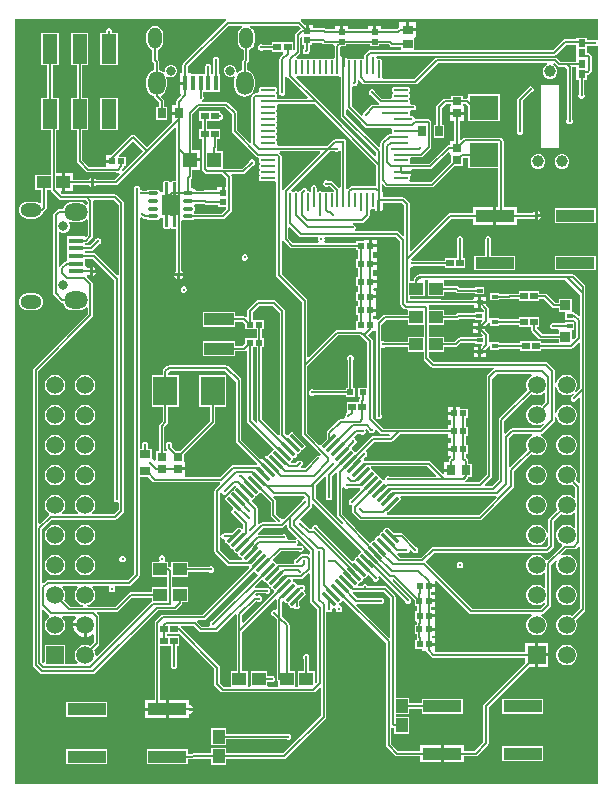
<source format=gtl>
G04*
G04 #@! TF.GenerationSoftware,Altium Limited,Altium Designer,24.1.2 (44)*
G04*
G04 Layer_Physical_Order=1*
G04 Layer_Color=255*
%FSLAX25Y25*%
%MOIN*%
G70*
G04*
G04 #@! TF.SameCoordinates,0CAF675C-D5BD-4F57-B94F-0EABEFC4C8CF*
G04*
G04*
G04 #@! TF.FilePolarity,Positive*
G04*
G01*
G75*
G04:AMPARAMS|DCode=16|XSize=59.06mil|YSize=11.81mil|CornerRadius=1.95mil|HoleSize=0mil|Usage=FLASHONLY|Rotation=135.000|XOffset=0mil|YOffset=0mil|HoleType=Round|Shape=RoundedRectangle|*
%AMROUNDEDRECTD16*
21,1,0.05906,0.00791,0,0,135.0*
21,1,0.05516,0.01181,0,0,135.0*
1,1,0.00390,-0.01670,0.02230*
1,1,0.00390,0.02230,-0.01670*
1,1,0.00390,0.01670,-0.02230*
1,1,0.00390,-0.02230,0.01670*
%
%ADD16ROUNDEDRECTD16*%
G04:AMPARAMS|DCode=17|XSize=11.81mil|YSize=59.06mil|CornerRadius=1.95mil|HoleSize=0mil|Usage=FLASHONLY|Rotation=135.000|XOffset=0mil|YOffset=0mil|HoleType=Round|Shape=RoundedRectangle|*
%AMROUNDEDRECTD17*
21,1,0.01181,0.05516,0,0,135.0*
21,1,0.00791,0.05906,0,0,135.0*
1,1,0.00390,0.01670,0.02230*
1,1,0.00390,0.02230,0.01670*
1,1,0.00390,-0.01670,-0.02230*
1,1,0.00390,-0.02230,-0.01670*
%
%ADD17ROUNDEDRECTD17*%
%ADD20R,0.02047X0.02047*%
%ADD23R,0.09843X0.03937*%
%ADD28R,0.04724X0.09843*%
%ADD29R,0.12598X0.03937*%
%ADD30R,0.01870X0.01968*%
%ADD31R,0.04560X0.03985*%
%ADD32R,0.03543X0.02559*%
%ADD33R,0.02559X0.03543*%
%ADD34R,0.03985X0.04560*%
%ADD38R,0.04724X0.04724*%
%ADD42R,0.02047X0.02047*%
%ADD43R,0.02953X0.03543*%
%ADD46R,0.03543X0.02953*%
%ADD56R,0.02362X0.02559*%
%ADD57R,0.02559X0.02362*%
%ADD58R,0.09449X0.07874*%
%ADD59R,0.07874X0.09449*%
G04:AMPARAMS|DCode=60|XSize=13.78mil|YSize=33.47mil|CornerRadius=2mil|HoleSize=0mil|Usage=FLASHONLY|Rotation=270.000|XOffset=0mil|YOffset=0mil|HoleType=Round|Shape=RoundedRectangle|*
%AMROUNDEDRECTD60*
21,1,0.01378,0.02947,0,0,270.0*
21,1,0.00978,0.03347,0,0,270.0*
1,1,0.00400,-0.01473,-0.00489*
1,1,0.00400,-0.01473,0.00489*
1,1,0.00400,0.01473,0.00489*
1,1,0.00400,0.01473,-0.00489*
%
%ADD60ROUNDEDRECTD60*%
G04:AMPARAMS|DCode=61|XSize=68.9mil|YSize=59.06mil|CornerRadius=2.07mil|HoleSize=0mil|Usage=FLASHONLY|Rotation=270.000|XOffset=0mil|YOffset=0mil|HoleType=Round|Shape=RoundedRectangle|*
%AMROUNDEDRECTD61*
21,1,0.06890,0.05492,0,0,270.0*
21,1,0.06476,0.05906,0,0,270.0*
1,1,0.00413,-0.02746,-0.03238*
1,1,0.00413,-0.02746,0.03238*
1,1,0.00413,0.02746,0.03238*
1,1,0.00413,0.02746,-0.03238*
%
%ADD61ROUNDEDRECTD61*%
G04:AMPARAMS|DCode=62|XSize=9.84mil|YSize=49.21mil|CornerRadius=1.97mil|HoleSize=0mil|Usage=FLASHONLY|Rotation=0.000|XOffset=0mil|YOffset=0mil|HoleType=Round|Shape=RoundedRectangle|*
%AMROUNDEDRECTD62*
21,1,0.00984,0.04528,0,0,0.0*
21,1,0.00591,0.04921,0,0,0.0*
1,1,0.00394,0.00295,-0.02264*
1,1,0.00394,-0.00295,-0.02264*
1,1,0.00394,-0.00295,0.02264*
1,1,0.00394,0.00295,0.02264*
%
%ADD62ROUNDEDRECTD62*%
G04:AMPARAMS|DCode=63|XSize=9.84mil|YSize=49.21mil|CornerRadius=1.97mil|HoleSize=0mil|Usage=FLASHONLY|Rotation=90.000|XOffset=0mil|YOffset=0mil|HoleType=Round|Shape=RoundedRectangle|*
%AMROUNDEDRECTD63*
21,1,0.00984,0.04528,0,0,90.0*
21,1,0.00591,0.04921,0,0,90.0*
1,1,0.00394,0.02264,0.00295*
1,1,0.00394,0.02264,-0.00295*
1,1,0.00394,-0.02264,-0.00295*
1,1,0.00394,-0.02264,0.00295*
%
%ADD63ROUNDEDRECTD63*%
%ADD64R,0.02000X0.01402*%
%ADD65R,0.01772X0.05118*%
%ADD66R,0.05118X0.01772*%
%ADD67R,0.03543X0.03347*%
%ADD68R,0.01968X0.01772*%
%ADD69R,0.02835X0.02835*%
%ADD70R,0.02205X0.02047*%
%ADD71R,0.02047X0.02205*%
%ADD72C,0.00800*%
%ADD73C,0.03902*%
%ADD74O,0.04528X0.07087*%
%ADD75O,0.05709X0.07874*%
%ADD76C,0.03150*%
%ADD77O,0.07874X0.05709*%
%ADD78O,0.07087X0.04528*%
%ADD79C,0.05937*%
%ADD80R,0.05937X0.05937*%
%ADD81C,0.01100*%
G36*
X194980Y248712D02*
X194843Y248598D01*
X194480Y248438D01*
X194209Y248550D01*
X193791D01*
X193472Y248418D01*
X191181D01*
Y249279D01*
X187819D01*
Y248772D01*
X183900D01*
X183549Y248702D01*
X183251Y248503D01*
X179866Y245118D01*
X134254D01*
X133772Y245161D01*
Y249114D01*
X134159Y249386D01*
X134272D01*
Y251362D01*
X131500D01*
Y251862D01*
X131000D01*
Y254339D01*
X128728D01*
Y252722D01*
X128668Y252710D01*
X128370Y252511D01*
X127852Y251992D01*
X122524D01*
Y253098D01*
X121000D01*
Y251075D01*
X120000D01*
Y253098D01*
X118476D01*
Y251992D01*
X111524D01*
Y253098D01*
X110000D01*
Y251075D01*
X109000D01*
Y253098D01*
X107476D01*
Y251992D01*
X104380D01*
X104149Y252224D01*
X103851Y252423D01*
X103500Y252492D01*
X100024D01*
Y253598D01*
X98500D01*
Y251575D01*
X97500D01*
Y253598D01*
X97274D01*
X96024Y254849D01*
X95827Y254980D01*
X95919Y255480D01*
X194980D01*
Y248712D01*
D02*
G37*
G36*
X125739Y246489D02*
X126036Y246290D01*
X126387Y246220D01*
X129228D01*
Y245161D01*
X128746Y245118D01*
X119000D01*
X118649Y245048D01*
X118351Y244849D01*
X117324Y243821D01*
X117125Y243524D01*
X117055Y243172D01*
Y242517D01*
X116572Y242240D01*
X116555Y242242D01*
X116299Y242293D01*
X115708D01*
X115437Y242239D01*
X115206Y242085D01*
X114833D01*
X114603Y242239D01*
X114331Y242293D01*
X113740D01*
X113468Y242239D01*
X113238Y242085D01*
X112864D01*
X112634Y242239D01*
X112362Y242293D01*
X111772D01*
X111500Y242239D01*
X111378Y242263D01*
X111257Y242445D01*
X110861Y242710D01*
X110598Y242762D01*
Y239319D01*
X109598D01*
Y242762D01*
X109547Y242752D01*
X109047Y243073D01*
Y246175D01*
X109274Y246402D01*
X111024D01*
Y247008D01*
X118976D01*
Y246402D01*
X122024D01*
Y247008D01*
X125220D01*
X125739Y246489D01*
D02*
G37*
G36*
X96476Y246902D02*
X97082D01*
Y245722D01*
X97005Y245690D01*
X96710Y245395D01*
X96550Y245009D01*
Y244591D01*
X96710Y244205D01*
X97005Y243910D01*
X97391Y243750D01*
X97809D01*
X98195Y243910D01*
X98490Y244205D01*
X98623Y244525D01*
X98649Y244551D01*
X98848Y244849D01*
X98918Y245200D01*
Y246902D01*
X99524D01*
Y247508D01*
X103120D01*
X103351Y247276D01*
X103649Y247077D01*
X104000Y247008D01*
X106794D01*
X107212Y246555D01*
Y242517D01*
X106730Y242240D01*
X106712Y242242D01*
X106457Y242293D01*
X105866D01*
X105594Y242239D01*
X105364Y242085D01*
X104990D01*
X104760Y242239D01*
X104488Y242293D01*
X103898D01*
X103626Y242239D01*
X103395Y242085D01*
X103022D01*
X102792Y242239D01*
X102520Y242293D01*
X101929D01*
X101657Y242239D01*
X101427Y242085D01*
X101054D01*
X100823Y242239D01*
X100551Y242293D01*
X99961D01*
X99689Y242239D01*
X99458Y242085D01*
X99085D01*
X98855Y242239D01*
X98583Y242293D01*
X97992D01*
X97720Y242239D01*
X97490Y242085D01*
X97117D01*
X96886Y242239D01*
X96614Y242293D01*
X96023D01*
X95752Y242239D01*
X95521Y242085D01*
X95148D01*
X94918Y242239D01*
X94674Y242287D01*
X94618Y242372D01*
X94473Y242793D01*
X95549Y243869D01*
X95748Y244167D01*
X95818Y244518D01*
Y249117D01*
X95976Y249551D01*
X96476D01*
Y246902D01*
D02*
G37*
G36*
X187819Y242626D02*
X187819Y242374D01*
Y242126D01*
X187819Y242126D01*
Y241272D01*
X182526D01*
X181449Y242349D01*
X181151Y242548D01*
X180800Y242618D01*
X141200D01*
X140849Y242548D01*
X140551Y242349D01*
X133720Y235518D01*
X123301D01*
X122959Y235999D01*
Y236417D01*
X122828Y236734D01*
X122861Y236783D01*
X122915Y237055D01*
Y241583D01*
X122861Y241855D01*
X122707Y242085D01*
X122477Y242239D01*
X122205Y242293D01*
X121614D01*
X121491Y242269D01*
X121223Y242424D01*
X121088Y242840D01*
X121389Y243282D01*
X180246D01*
X180597Y243352D01*
X180894Y243551D01*
X184280Y246937D01*
X187819D01*
Y242626D01*
D02*
G37*
G36*
X95846Y252431D02*
X95826Y252224D01*
X94251Y250649D01*
X94052Y250351D01*
X93982Y250000D01*
Y245146D01*
X93779Y244994D01*
X93279Y245245D01*
Y247681D01*
X86374D01*
Y246918D01*
X83228D01*
X82909Y247050D01*
X82491D01*
X82105Y246890D01*
X81810Y246595D01*
X81650Y246209D01*
Y245791D01*
X81810Y245405D01*
X82105Y245110D01*
X82491Y244950D01*
X82909D01*
X83228Y245082D01*
X86374D01*
Y244319D01*
X89914D01*
X90121Y243819D01*
X89051Y242749D01*
X88852Y242451D01*
X88782Y242100D01*
Y231528D01*
X88650Y231209D01*
Y230791D01*
X88810Y230405D01*
X89105Y230110D01*
X89491Y229950D01*
X89909D01*
X90295Y230110D01*
X90590Y230405D01*
X90750Y230791D01*
Y231209D01*
X90618Y231528D01*
Y236199D01*
X91118Y236351D01*
X91224Y236192D01*
X91619Y235928D01*
X91691Y235913D01*
X91733Y235851D01*
X98204Y229380D01*
X98013Y228918D01*
X88287D01*
X88127Y229158D01*
X87944Y229280D01*
X87920Y229401D01*
X87974Y229673D01*
Y230264D01*
X87920Y230536D01*
X87766Y230766D01*
Y231139D01*
X87920Y231370D01*
X87974Y231642D01*
Y232232D01*
X87920Y232504D01*
X87766Y232735D01*
X87536Y232889D01*
X87264Y232943D01*
X82736D01*
X82464Y232889D01*
X82234Y232735D01*
X82080Y232504D01*
X82026Y232232D01*
Y231642D01*
X82077Y231386D01*
X82079Y231368D01*
X81802Y230886D01*
X81000D01*
X80649Y230816D01*
X80351Y230617D01*
X79751Y230017D01*
X79552Y229720D01*
X79482Y229368D01*
Y214406D01*
X78982Y214199D01*
X74818Y218363D01*
Y224000D01*
X74748Y224351D01*
X74549Y224649D01*
X71649Y227549D01*
X71351Y227748D01*
X71000Y227818D01*
X63213D01*
X63103Y228273D01*
X63103Y228318D01*
X63390Y228605D01*
X63550Y228991D01*
Y229409D01*
X63418Y229728D01*
Y231024D01*
X69004D01*
Y237142D01*
X68536D01*
Y241272D01*
X68668Y241591D01*
Y242009D01*
X68508Y242395D01*
X68213Y242690D01*
X67827Y242850D01*
X67409D01*
X67023Y242690D01*
X66728Y242395D01*
X66568Y242009D01*
Y241591D01*
X66701Y241272D01*
Y237142D01*
X65977D01*
Y238972D01*
X66109Y239291D01*
Y239709D01*
X65949Y240095D01*
X65654Y240390D01*
X65268Y240550D01*
X64850D01*
X64464Y240390D01*
X64169Y240095D01*
X64009Y239709D01*
Y239291D01*
X64141Y238972D01*
Y237142D01*
X59268D01*
Y237642D01*
X58299D01*
Y239670D01*
X71912Y253282D01*
X76372D01*
X76472Y252782D01*
X76362Y252737D01*
X75785Y252294D01*
X75342Y251717D01*
X75063Y251044D01*
X74968Y250323D01*
Y247764D01*
X75063Y247042D01*
X75342Y246370D01*
X75785Y245793D01*
X76362Y245350D01*
X76838Y245152D01*
Y242171D01*
X76516Y241849D01*
X76318Y241551D01*
X76248Y241200D01*
Y238416D01*
X75474Y238095D01*
X74879Y237639D01*
X74648Y237721D01*
X74485Y237823D01*
X74417Y237886D01*
Y238629D01*
X74102Y239392D01*
X73518Y239976D01*
X72755Y240291D01*
X71930D01*
X71167Y239976D01*
X70584Y239392D01*
X70268Y238629D01*
Y237804D01*
X70584Y237041D01*
X71167Y236458D01*
X71930Y236142D01*
X72755D01*
X73518Y236458D01*
X73537Y236476D01*
X73961Y236193D01*
X73897Y236041D01*
X73782Y235165D01*
Y233000D01*
X73897Y232124D01*
X74235Y231308D01*
X74773Y230608D01*
X75474Y230070D01*
X76290Y229732D01*
X77165Y229617D01*
X78041Y229732D01*
X78857Y230070D01*
X79558Y230608D01*
X80095Y231308D01*
X80433Y232124D01*
X80549Y233000D01*
Y235165D01*
X80433Y236041D01*
X80095Y236857D01*
X79558Y237558D01*
X78857Y238095D01*
X78083Y238416D01*
Y240820D01*
X78405Y241142D01*
X78604Y241439D01*
X78674Y241791D01*
Y245152D01*
X79150Y245350D01*
X79727Y245793D01*
X80170Y246370D01*
X80449Y247042D01*
X80544Y247764D01*
Y250323D01*
X80449Y251044D01*
X80170Y251717D01*
X79727Y252294D01*
X79150Y252737D01*
X79040Y252782D01*
X79140Y253282D01*
X94995D01*
X95846Y252431D01*
D02*
G37*
G36*
X107563Y236399D02*
X107834Y236345D01*
X108425D01*
X108697Y236399D01*
X108818Y236374D01*
X108940Y236192D01*
X109181Y236031D01*
Y223300D01*
X109251Y222949D01*
X109450Y222651D01*
X120992Y211109D01*
Y209841D01*
X120530Y209650D01*
X101531Y228649D01*
X101531Y228649D01*
X94335Y235844D01*
X94542Y236345D01*
X94646D01*
X94918Y236399D01*
X95148Y236553D01*
X95521D01*
X95752Y236399D01*
X96023Y236345D01*
X96614D01*
X96886Y236399D01*
X97117Y236553D01*
X97490D01*
X97720Y236399D01*
X97992Y236345D01*
X98583D01*
X98855Y236399D01*
X99085Y236553D01*
X99458D01*
X99689Y236399D01*
X99961Y236345D01*
X100551D01*
X100823Y236399D01*
X101054Y236553D01*
X101427D01*
X101657Y236399D01*
X101929Y236345D01*
X102520D01*
X102792Y236399D01*
X103022Y236553D01*
X103395D01*
X103626Y236399D01*
X103898Y236345D01*
X104488D01*
X104760Y236399D01*
X104990Y236553D01*
X105364D01*
X105594Y236399D01*
X105866Y236345D01*
X106457D01*
X106729Y236399D01*
X106959Y236553D01*
X107332D01*
X107563Y236399D01*
D02*
G37*
G36*
X71080Y254980D02*
X70883Y254849D01*
X56733Y240699D01*
X56534Y240401D01*
X56464Y240050D01*
Y237642D01*
X55496D01*
Y234583D01*
X57382D01*
Y233583D01*
X55496D01*
Y230523D01*
X55827D01*
X56035Y230024D01*
X54560Y228549D01*
X54361Y228251D01*
X54291Y227900D01*
Y226772D01*
X52929D01*
Y224500D01*
X55209D01*
Y223500D01*
X52929D01*
Y221228D01*
X52929Y221228D01*
X52929D01*
X52724Y220813D01*
X44554Y212643D01*
X40549Y216649D01*
X40251Y216848D01*
X39900Y216918D01*
X39549Y216848D01*
X39251Y216649D01*
X32626Y210024D01*
X30902D01*
Y208500D01*
X32925D01*
Y207500D01*
X30902D01*
Y206218D01*
X25238D01*
X23075Y208380D01*
Y218425D01*
X25020D01*
Y229268D01*
X23075D01*
Y240079D01*
X25020D01*
Y250921D01*
X19295D01*
Y240079D01*
X21240D01*
Y229268D01*
X19295D01*
Y218425D01*
X21240D01*
Y208000D01*
X21310Y207649D01*
X21508Y207351D01*
X24208Y204651D01*
X24506Y204452D01*
X24857Y204382D01*
X34271D01*
X34405Y204248D01*
X34791Y204089D01*
X35209D01*
X35352Y204148D01*
X35635Y203724D01*
X33829Y201918D01*
X27809D01*
X27413Y202314D01*
X27035Y202471D01*
Y201000D01*
Y199529D01*
X27413Y199686D01*
X27809Y200082D01*
X34209D01*
X34560Y200152D01*
X34858Y200351D01*
X45203Y210697D01*
X45203Y210697D01*
X45203Y210697D01*
X53829Y219323D01*
X54291Y219131D01*
Y212079D01*
Y201521D01*
X53228D01*
X52846Y201363D01*
X52771Y201182D01*
X52229D01*
X52154Y201363D01*
X51772Y201521D01*
X50669D01*
X50287Y201363D01*
X50128Y200980D01*
Y197968D01*
X49754D01*
X49363Y197891D01*
X49134Y197948D01*
X48882Y198073D01*
X48793Y198149D01*
X48671Y198332D01*
X48439Y198487D01*
X48166Y198541D01*
X45220D01*
X44947Y198487D01*
X44715Y198332D01*
X44664Y198256D01*
X43328D01*
X43009Y198389D01*
X42791D01*
X42506Y198545D01*
X42350Y198830D01*
Y199048D01*
X42190Y199433D01*
X41895Y199729D01*
X41509Y199889D01*
X41091D01*
X40705Y199729D01*
X40410Y199433D01*
X40250Y199048D01*
Y198630D01*
X40382Y198310D01*
Y70380D01*
X38320Y68318D01*
X11500D01*
X11149Y68248D01*
X10851Y68049D01*
X10180Y67377D01*
X9718Y67569D01*
Y85420D01*
X12880Y88582D01*
X34000D01*
X34351Y88652D01*
X34649Y88851D01*
X36749Y90951D01*
X36948Y91249D01*
X37018Y91600D01*
Y194000D01*
X36948Y194351D01*
X36749Y194649D01*
X34649Y196749D01*
X34351Y196948D01*
X34000Y197018D01*
X16380D01*
X15852Y197546D01*
X16043Y198008D01*
X16256D01*
Y201000D01*
Y203992D01*
X14418D01*
Y218425D01*
X15177D01*
Y229268D01*
X13233D01*
Y240079D01*
X15177D01*
Y250921D01*
X9453D01*
Y240079D01*
X11397D01*
Y229268D01*
X9453D01*
Y218425D01*
X12582D01*
Y203492D01*
X7464D01*
Y198508D01*
X9326D01*
Y194266D01*
X8826Y194019D01*
X8630Y194170D01*
X7958Y194449D01*
X7236Y194544D01*
X4677D01*
X3956Y194449D01*
X3283Y194170D01*
X2706Y193727D01*
X2263Y193150D01*
X1984Y192478D01*
X1890Y191756D01*
X1984Y191034D01*
X2263Y190362D01*
X2706Y189785D01*
X3283Y189342D01*
X3956Y189063D01*
X4677Y188968D01*
X7236D01*
X7958Y189063D01*
X8630Y189342D01*
X9207Y189785D01*
X9650Y190362D01*
X9886Y190932D01*
X10149Y191107D01*
X10893Y191851D01*
X11092Y192149D01*
X11162Y192500D01*
Y198508D01*
X12601D01*
X12652Y198249D01*
X12851Y197951D01*
X15351Y195451D01*
X15649Y195252D01*
X16000Y195182D01*
X24174D01*
X24837Y194520D01*
Y193712D01*
X24337Y193600D01*
X23692Y194095D01*
X22876Y194433D01*
X22000Y194549D01*
X19835D01*
X18959Y194433D01*
X18143Y194095D01*
X17442Y193558D01*
X16905Y192857D01*
X16584Y192083D01*
X15465D01*
X15114Y192013D01*
X14817Y191814D01*
X13651Y190649D01*
X13452Y190351D01*
X13382Y190000D01*
Y164000D01*
X13452Y163649D01*
X13651Y163351D01*
X15816Y161186D01*
X16114Y160987D01*
X16465Y160917D01*
X16584D01*
X16905Y160143D01*
X17442Y159442D01*
X18143Y158905D01*
X18959Y158567D01*
X19835Y158451D01*
X22000D01*
X22876Y158567D01*
X23692Y158905D01*
X24382Y159435D01*
X24569Y159409D01*
X24882Y159303D01*
Y157080D01*
X6851Y139049D01*
X6652Y138751D01*
X6582Y138400D01*
Y40000D01*
X6652Y39649D01*
X6851Y39351D01*
X8851Y37351D01*
X9149Y37152D01*
X9500Y37082D01*
X26700D01*
X27051Y37152D01*
X27349Y37351D01*
X48380Y58382D01*
X54000D01*
X54351Y58452D01*
X54649Y58651D01*
X56149Y60151D01*
X56348Y60449D01*
X56418Y60800D01*
Y61008D01*
X58280D01*
Y65992D01*
X53118D01*
Y69508D01*
X58280D01*
Y71082D01*
X65472D01*
X65791Y70950D01*
X66209D01*
X66595Y71110D01*
X66890Y71405D01*
X67050Y71791D01*
Y72209D01*
X66890Y72595D01*
X66595Y72890D01*
X66209Y73050D01*
X65791D01*
X65472Y72918D01*
X58280D01*
Y74492D01*
X52720D01*
Y72925D01*
X52220Y72735D01*
X52051Y72848D01*
X51768Y72904D01*
Y74492D01*
X50784D01*
X50577Y74992D01*
X50590Y75005D01*
X50750Y75391D01*
Y75809D01*
X50590Y76195D01*
X50295Y76490D01*
X49909Y76650D01*
X49491D01*
X49105Y76490D01*
X48810Y76195D01*
X48650Y75809D01*
Y75391D01*
X48810Y75005D01*
X48823Y74992D01*
X48616Y74492D01*
X46208D01*
Y69508D01*
X51282D01*
Y65992D01*
X46208D01*
Y64418D01*
X39300D01*
X38949Y64348D01*
X38651Y64149D01*
X34120Y59618D01*
X24844D01*
X24778Y60118D01*
X25339Y60268D01*
X26130Y60725D01*
X26776Y61370D01*
X27232Y62161D01*
X27468Y63043D01*
Y63957D01*
X27232Y64839D01*
X26776Y65630D01*
X26423Y65982D01*
X26630Y66482D01*
X31790D01*
X31905Y66343D01*
X32063Y65982D01*
X31950Y65709D01*
Y65291D01*
X32110Y64905D01*
X32405Y64610D01*
X32791Y64450D01*
X33209D01*
X33595Y64610D01*
X33890Y64905D01*
X34050Y65291D01*
Y65709D01*
X33937Y65982D01*
X34095Y66343D01*
X34210Y66482D01*
X38700D01*
X39051Y66552D01*
X39349Y66751D01*
X41949Y69351D01*
X42148Y69649D01*
X42218Y70000D01*
Y102866D01*
X44982D01*
X46597Y101251D01*
X46894Y101052D01*
X47246Y100982D01*
X68853D01*
X69060Y100482D01*
X67401Y98824D01*
X67202Y98526D01*
X67132Y98175D01*
Y78050D01*
X67202Y77699D01*
X67401Y77401D01*
X71351Y73451D01*
X71649Y73252D01*
X72000Y73182D01*
X78487D01*
X78596Y73049D01*
X78689Y72583D01*
X78767Y72465D01*
X63220Y56918D01*
X50100D01*
X49749Y56848D01*
X49451Y56649D01*
X47451Y54649D01*
X47252Y54351D01*
X47182Y54000D01*
Y28343D01*
X44087D01*
Y25874D01*
X50886D01*
Y28343D01*
X49018D01*
Y46319D01*
X52756D01*
Y40428D01*
X52623Y40109D01*
Y39691D01*
X52783Y39305D01*
X53078Y39010D01*
X53464Y38850D01*
X53882D01*
X54268Y39010D01*
X54563Y39305D01*
X54723Y39691D01*
Y40109D01*
X54591Y40428D01*
Y46319D01*
X55453D01*
Y49681D01*
X51244D01*
Y50319D01*
X55453D01*
X55453Y50319D01*
Y50319D01*
X55876Y50126D01*
X67082Y38920D01*
Y33900D01*
X67152Y33549D01*
X67351Y33251D01*
X69351Y31251D01*
X69649Y31052D01*
X70000Y30982D01*
X100100D01*
X100451Y31052D01*
X100749Y31251D01*
X102120Y32623D01*
X102582Y32431D01*
Y23180D01*
X90064Y10662D01*
X70992D01*
Y12524D01*
X66008D01*
Y10662D01*
X59918D01*
X59567Y10592D01*
X59495Y10544D01*
X58185D01*
Y12094D01*
X44587D01*
Y7158D01*
X58185D01*
Y8708D01*
X59800D01*
X60151Y8778D01*
X60224Y8827D01*
X66008D01*
Y6964D01*
X70992D01*
Y8827D01*
X90444D01*
X90795Y8896D01*
X91093Y9095D01*
X104149Y22151D01*
X104348Y22449D01*
X104418Y22800D01*
Y57669D01*
X104601Y57797D01*
X104918Y57925D01*
X105220Y57800D01*
X105638D01*
X106023Y57960D01*
X106319Y58255D01*
X106479Y58641D01*
Y58940D01*
X106644Y59114D01*
X106758Y59203D01*
X106925Y59289D01*
X107099Y59254D01*
X107124Y59259D01*
X107230Y59213D01*
X107569Y58907D01*
X107583Y58879D01*
Y58641D01*
X107743Y58255D01*
X108038Y57960D01*
X108424Y57800D01*
X108842D01*
X109227Y57960D01*
X109523Y58255D01*
X109683Y58641D01*
Y59059D01*
X109523Y59445D01*
X109227Y59740D01*
X108842Y59900D01*
X108827D01*
X108522Y60335D01*
X108684Y60684D01*
X108762Y60700D01*
X108992Y60853D01*
X109552Y61413D01*
X109658Y61573D01*
X109883Y61528D01*
X110283Y61608D01*
X124256Y47635D01*
Y13452D01*
X124326Y13101D01*
X124525Y12803D01*
X127351Y9977D01*
X127649Y9778D01*
X128000Y9708D01*
X135815D01*
Y7658D01*
X142614D01*
Y10626D01*
Y13595D01*
X135815D01*
Y11544D01*
X128380D01*
X126092Y13832D01*
Y19064D01*
X126572Y19246D01*
X126735Y19158D01*
X126761Y19140D01*
X126770Y19139D01*
X127008Y19011D01*
Y17208D01*
X131992D01*
Y22768D01*
X127518D01*
Y23720D01*
X131992D01*
Y25582D01*
X135891D01*
X135975Y25526D01*
X136315Y25459D01*
Y23905D01*
X149913D01*
Y28842D01*
X136315D01*
Y27512D01*
X136200Y27418D01*
X131992D01*
Y29280D01*
X127518D01*
Y62729D01*
X127448Y63081D01*
X127249Y63378D01*
X124478Y66149D01*
X124181Y66348D01*
X123829Y66418D01*
X118263D01*
X118190Y66595D01*
X117895Y66890D01*
X117509Y67050D01*
X117091D01*
X116705Y66890D01*
X116410Y66595D01*
X116337Y66418D01*
X115263D01*
X115056Y66918D01*
X115119Y66981D01*
X115273Y67211D01*
X115327Y67482D01*
X115451Y67606D01*
X115722Y67660D01*
X115952Y67813D01*
X116511Y68373D01*
X116665Y68603D01*
X116719Y68874D01*
X116842Y68998D01*
X116842Y68997D01*
X117114Y69051D01*
X117343Y69205D01*
X117903Y69765D01*
X117991Y69896D01*
X118394Y70013D01*
X118572Y70022D01*
X119869Y68725D01*
X120002Y68405D01*
X120297Y68110D01*
X120683Y67950D01*
X121101D01*
X121487Y68110D01*
X121782Y68405D01*
X121942Y68791D01*
Y69209D01*
X121782Y69595D01*
X122157Y69897D01*
X130653Y61401D01*
X130786Y61081D01*
X131081Y60786D01*
X131467Y60626D01*
X131885D01*
X132271Y60786D01*
X132566Y61081D01*
X132726Y61467D01*
Y61885D01*
X132566Y62271D01*
X132271Y62566D01*
X131951Y62698D01*
X126509Y68140D01*
X126681Y68675D01*
X126850Y68703D01*
X133827Y61726D01*
Y59976D01*
X134682D01*
Y59387D01*
X134656Y59347D01*
X134586Y58996D01*
Y58024D01*
X133901D01*
Y54976D01*
X134347D01*
X134563Y54476D01*
X134508Y54200D01*
Y53524D01*
X133902D01*
Y50476D01*
X134508D01*
Y49479D01*
X134577Y49127D01*
X134586Y49114D01*
Y48524D01*
X133901D01*
Y45476D01*
X136394D01*
Y44976D01*
X137583D01*
X137648Y44649D01*
X137847Y44351D01*
X139347Y42851D01*
X139645Y42652D01*
X139996Y42582D01*
X170531D01*
Y40829D01*
X156951Y27249D01*
X156752Y26951D01*
X156682Y26600D01*
Y14380D01*
X153846Y11544D01*
X150413D01*
Y13595D01*
X143614D01*
Y10626D01*
Y7658D01*
X150413D01*
Y9708D01*
X154226D01*
X154577Y9778D01*
X154875Y9977D01*
X158249Y13351D01*
X158448Y13649D01*
X158518Y14000D01*
Y26220D01*
X171829Y39531D01*
X174000D01*
Y43500D01*
Y47469D01*
X170531D01*
Y44418D01*
X140780D01*
X140710Y44523D01*
X140598Y44976D01*
X140598D01*
Y46500D01*
X138496D01*
Y47500D01*
X140598D01*
Y49024D01*
X139909D01*
X139495Y49476D01*
X139519Y49976D01*
X140598D01*
Y51500D01*
X138575D01*
Y52500D01*
X140598D01*
Y53976D01*
X140598Y54024D01*
X140598D01*
X140598Y54476D01*
X140598D01*
Y56000D01*
X138496D01*
Y57000D01*
X140598D01*
Y58524D01*
X139728D01*
X139418Y58904D01*
Y59476D01*
X140524D01*
Y61000D01*
X138500D01*
Y62000D01*
X140524D01*
Y63524D01*
X139418D01*
Y63900D01*
X139414Y63920D01*
Y64476D01*
X140598D01*
Y66000D01*
X138496D01*
Y67000D01*
X140598D01*
Y68097D01*
X141098Y68304D01*
X152051Y57351D01*
X152349Y57152D01*
X152700Y57082D01*
X172768D01*
X172902Y56582D01*
X172370Y56275D01*
X171724Y55630D01*
X171268Y54839D01*
X171031Y53957D01*
Y53043D01*
X171268Y52161D01*
X171724Y51370D01*
X172370Y50725D01*
X173161Y50268D01*
X174043Y50032D01*
X174957D01*
X175839Y50268D01*
X176630Y50725D01*
X177276Y51370D01*
X177732Y52161D01*
X177969Y53043D01*
Y53957D01*
X177732Y54839D01*
X177276Y55630D01*
X176630Y56275D01*
X176098Y56582D01*
X176232Y57082D01*
X176400D01*
X176751Y57152D01*
X177049Y57351D01*
X179049Y59351D01*
X179248Y59649D01*
X179318Y60000D01*
Y73620D01*
X180901Y75203D01*
X181301Y74896D01*
X181268Y74839D01*
X181032Y73957D01*
Y73043D01*
X181268Y72161D01*
X181725Y71370D01*
X182370Y70724D01*
X183161Y70268D01*
X184043Y70031D01*
X184957D01*
X185839Y70268D01*
X186630Y70724D01*
X187276Y71370D01*
X187732Y72161D01*
X187969Y73043D01*
Y73957D01*
X187732Y74839D01*
X187276Y75630D01*
X186630Y76275D01*
X185839Y76732D01*
X184957Y76968D01*
X184043D01*
X183161Y76732D01*
X183104Y76699D01*
X182797Y77099D01*
X184380Y78682D01*
X187000D01*
X187351Y78752D01*
X187649Y78951D01*
X188520Y79823D01*
X188982Y79631D01*
Y59280D01*
X186216Y56514D01*
X185839Y56732D01*
X184957Y56968D01*
X184043D01*
X183161Y56732D01*
X182370Y56275D01*
X181725Y55630D01*
X181268Y54839D01*
X181032Y53957D01*
Y53043D01*
X181268Y52161D01*
X181725Y51370D01*
X182370Y50725D01*
X183161Y50268D01*
X184043Y50032D01*
X184957D01*
X185839Y50268D01*
X186630Y50725D01*
X187276Y51370D01*
X187732Y52161D01*
X187969Y53043D01*
Y53957D01*
X187732Y54839D01*
X187514Y55216D01*
X190549Y58251D01*
X190748Y58549D01*
X190818Y58900D01*
Y164000D01*
Y166000D01*
X190748Y166351D01*
X190549Y166649D01*
X187149Y170049D01*
X186851Y170248D01*
X186500Y170318D01*
X135200D01*
X134849Y170248D01*
X134551Y170049D01*
X133839Y169337D01*
X133641Y169040D01*
X133571Y168688D01*
Y167992D01*
X132226D01*
Y172601D01*
X132691Y172950D01*
X133109D01*
X133428Y173082D01*
X143874D01*
Y172319D01*
X150779D01*
Y175681D01*
X149918D01*
Y181472D01*
X150050Y181791D01*
Y182209D01*
X149890Y182595D01*
X149595Y182890D01*
X149209Y183050D01*
X148791D01*
X148405Y182890D01*
X148110Y182595D01*
X147950Y182209D01*
Y181791D01*
X148082Y181472D01*
Y175681D01*
X143874D01*
Y174918D01*
X133428D01*
X133109Y175050D01*
X132781D01*
X132607Y175300D01*
X132536Y175512D01*
X145980Y188956D01*
X153315D01*
Y186906D01*
X160114D01*
Y189874D01*
Y192842D01*
X153315D01*
Y190792D01*
X145600D01*
X145249Y190722D01*
X144951Y190523D01*
X132688Y178260D01*
X132226Y178451D01*
Y193791D01*
X132156Y194143D01*
X131957Y194440D01*
X130649Y195749D01*
X130351Y195948D01*
X130000Y196018D01*
X123425D01*
Y197291D01*
X123332Y197758D01*
X123068Y198154D01*
X122827Y198315D01*
Y200322D01*
X123289Y200513D01*
X124151Y199651D01*
X124449Y199452D01*
X124800Y199382D01*
X139808D01*
X140159Y199452D01*
X140457Y199651D01*
X147380Y206575D01*
X149917D01*
Y209112D01*
X150014Y209208D01*
X151776D01*
Y205689D01*
X161782D01*
Y192842D01*
X161114D01*
Y189874D01*
Y186906D01*
X167913D01*
Y188956D01*
X173352D01*
X173622Y188686D01*
X174000Y188529D01*
Y190000D01*
Y191471D01*
X173622Y191314D01*
X173186Y190878D01*
X173150Y190792D01*
X167913D01*
Y192842D01*
X163618D01*
Y214500D01*
X163548Y214851D01*
X163349Y215149D01*
X162849Y215649D01*
X162551Y215848D01*
X162200Y215918D01*
X150492D01*
X150141Y215848D01*
X149843Y215649D01*
X149418Y215223D01*
X148918Y215430D01*
Y221583D01*
X150417D01*
Y223500D01*
X148000D01*
X145583D01*
Y221583D01*
X147082D01*
Y214925D01*
X145583D01*
Y213426D01*
X145300D01*
X144949Y213356D01*
X144651Y213157D01*
X138758Y207264D01*
X132579D01*
X132418Y207505D01*
X132236Y207626D01*
X132211Y207748D01*
X132265Y208020D01*
Y208610D01*
X132215Y208866D01*
X132212Y208884D01*
X132490Y209366D01*
X136000D01*
X136351Y209436D01*
X136649Y209634D01*
X139149Y212135D01*
X139348Y212432D01*
X139418Y212783D01*
Y221000D01*
X139348Y221351D01*
X139149Y221649D01*
X138923Y221875D01*
X138625Y222074D01*
X138274Y222144D01*
X134100D01*
X134055Y222135D01*
X133850Y222303D01*
X133690Y222689D01*
X133395Y222985D01*
X133009Y223144D01*
X132591D01*
X132573Y223137D01*
X132312Y223396D01*
X132218Y223531D01*
X132265Y223768D01*
Y224358D01*
X132215Y224614D01*
X132212Y224632D01*
X132490Y225114D01*
X132872D01*
X133191Y224981D01*
X133609D01*
X133995Y225141D01*
X134290Y225437D01*
X134450Y225822D01*
Y226240D01*
X134290Y226626D01*
X133995Y226922D01*
X133609Y227081D01*
X133191D01*
X132872Y226949D01*
X132490D01*
X132212Y227431D01*
X132215Y227449D01*
X132265Y227705D01*
Y228295D01*
X132211Y228567D01*
X132057Y228798D01*
Y229171D01*
X132211Y229401D01*
X132265Y229673D01*
Y230264D01*
X132211Y230536D01*
X132057Y230766D01*
Y231139D01*
X132211Y231370D01*
X132265Y231642D01*
Y232232D01*
X132211Y232504D01*
X132057Y232735D01*
X131827Y232889D01*
X131555Y232943D01*
X127027D01*
X126755Y232889D01*
X126525Y232735D01*
X126371Y232504D01*
X126317Y232232D01*
Y231642D01*
X126371Y231370D01*
X126525Y231139D01*
Y230766D01*
X126371Y230536D01*
X126317Y230264D01*
Y229673D01*
X126368Y229418D01*
X126370Y229400D01*
X126093Y228918D01*
X123080D01*
X120722Y231275D01*
X120590Y231595D01*
X120295Y231890D01*
X119909Y232050D01*
X119491D01*
X119105Y231890D01*
X118810Y231595D01*
X118650Y231209D01*
Y230791D01*
X118810Y230405D01*
X119105Y230110D01*
X119425Y229977D01*
X121953Y227449D01*
X121847Y227065D01*
X121764Y226949D01*
X120063D01*
X119712Y226879D01*
X119414Y226680D01*
X117356Y224623D01*
X117037Y224490D01*
X116741Y224195D01*
X116581Y223809D01*
Y223549D01*
X116116Y223308D01*
X112984Y226439D01*
Y232677D01*
X113391Y233050D01*
X113809D01*
X114195Y233210D01*
X114490Y233505D01*
X114622Y233825D01*
X114684Y233887D01*
X114883Y234184D01*
X114953Y234535D01*
Y235064D01*
X115068Y235146D01*
X115453Y235253D01*
X116755Y233951D01*
X117053Y233752D01*
X117404Y233682D01*
X134100D01*
X134451Y233752D01*
X134749Y233951D01*
X141580Y240782D01*
X178006D01*
X178106Y240282D01*
X177612Y240078D01*
X176922Y239388D01*
X176549Y238488D01*
Y237512D01*
X176922Y236612D01*
X177612Y235922D01*
X178513Y235549D01*
X179488D01*
X180388Y235922D01*
X181078Y236612D01*
X181451Y237512D01*
Y238488D01*
X181078Y239388D01*
X180388Y240078D01*
X180141Y240180D01*
X180210Y240693D01*
X180476Y240727D01*
X181497Y239705D01*
X181794Y239507D01*
X182146Y239437D01*
X184120D01*
X184582Y238974D01*
Y222028D01*
X184450Y221709D01*
Y221291D01*
X184610Y220905D01*
X184905Y220610D01*
X185291Y220450D01*
X185709D01*
X186095Y220610D01*
X186390Y220905D01*
X186550Y221291D01*
Y221709D01*
X186418Y222028D01*
Y239354D01*
X186485Y239437D01*
X187819D01*
Y235221D01*
X188582D01*
Y230528D01*
X188450Y230209D01*
Y229791D01*
X188610Y229405D01*
X188905Y229110D01*
X189291Y228950D01*
X189709D01*
X190095Y229110D01*
X190390Y229405D01*
X190550Y229791D01*
Y230209D01*
X190418Y230528D01*
Y235221D01*
X191181D01*
Y236962D01*
X191531D01*
X191883Y237032D01*
X192180Y237231D01*
X192649Y237699D01*
X192848Y237997D01*
X192918Y238348D01*
Y242805D01*
X192848Y243157D01*
X192649Y243454D01*
X192180Y243923D01*
X191883Y244122D01*
X191531Y244192D01*
X191181D01*
Y246582D01*
X193472D01*
X193791Y246450D01*
X194209D01*
X194480Y246563D01*
X194843Y246403D01*
X194980Y246288D01*
Y520D01*
X520D01*
Y255480D01*
X70988D01*
X71080Y254980D01*
D02*
G37*
G36*
X115877Y220951D02*
X116010Y220631D01*
X116305Y220336D01*
X116625Y220203D01*
X117351Y219477D01*
X117649Y219278D01*
X118000Y219208D01*
X126093D01*
X126370Y218726D01*
X126368Y218708D01*
X126317Y218453D01*
Y217862D01*
X126368Y217607D01*
X126370Y217589D01*
X126093Y217107D01*
X125589D01*
X125238Y217037D01*
X124940Y216838D01*
X122751Y214649D01*
X122552Y214351D01*
X122482Y214000D01*
Y212867D01*
X122020Y212676D01*
X111016Y223680D01*
Y225123D01*
X111131Y225205D01*
X111516Y225312D01*
X115877Y220951D01*
D02*
G37*
G36*
X109181Y211330D02*
Y199406D01*
X109065Y199323D01*
X108681Y199217D01*
X106649Y201249D01*
X106351Y201448D01*
X106000Y201518D01*
X104928D01*
X104609Y201650D01*
X104191D01*
X103805Y201490D01*
X103510Y201195D01*
X103350Y200809D01*
Y200391D01*
X103510Y200005D01*
X103805Y199710D01*
X104191Y199550D01*
X104609D01*
X104928Y199682D01*
X105620D01*
X106922Y198380D01*
X106879Y198284D01*
X106627Y197968D01*
X106457Y198002D01*
X105866D01*
X105594Y197948D01*
X105364Y197794D01*
X104990D01*
X104760Y197948D01*
X104488Y198002D01*
X103898D01*
X103626Y197948D01*
X103395Y197794D01*
X103022D01*
X102792Y197948D01*
X102520Y198002D01*
X101929D01*
X101673Y197951D01*
X101656Y197949D01*
X101173Y198226D01*
Y198472D01*
X101306Y198791D01*
Y199209D01*
X101146Y199595D01*
X100851Y199890D01*
X100465Y200050D01*
X100047D01*
X99661Y199890D01*
X99366Y199595D01*
X99206Y199209D01*
Y198791D01*
X99338Y198472D01*
Y198226D01*
X98856Y197949D01*
X98838Y197951D01*
X98612Y197996D01*
X98150Y198091D01*
Y198509D01*
X97990Y198895D01*
X97695Y199190D01*
X97309Y199350D01*
X96891D01*
X96505Y199190D01*
X96210Y198895D01*
X96078Y198575D01*
X95670Y198168D01*
X95585Y198040D01*
X95502Y197994D01*
X95072Y197904D01*
X94970Y197913D01*
X94918Y197948D01*
X94646Y198002D01*
X94055D01*
X93783Y197948D01*
X93553Y197794D01*
X93180D01*
X92949Y197948D01*
X92869Y197964D01*
X92669Y198471D01*
X105532Y211334D01*
X107398D01*
X107717Y211202D01*
X108135D01*
X108521Y211362D01*
X108681Y211522D01*
X109181Y211330D01*
D02*
G37*
G36*
X43257Y211346D02*
X36724Y204814D01*
X36218Y205014D01*
X36212Y205214D01*
X36724Y205726D01*
X36923Y206024D01*
X36992Y206375D01*
Y206476D01*
X37598D01*
Y209524D01*
X35428D01*
X35221Y210024D01*
X39900Y214702D01*
X43257Y211346D01*
D02*
G37*
G36*
X145583Y210840D02*
Y210091D01*
X146083D01*
Y207873D01*
X139428Y201218D01*
X132350D01*
X132256Y201344D01*
X132128Y201718D01*
X132211Y201842D01*
X132265Y202114D01*
Y202705D01*
X132211Y202977D01*
X132236Y203098D01*
X132418Y203220D01*
X132682Y203616D01*
X132735Y203878D01*
X129291D01*
Y204878D01*
X132735D01*
X132724Y204929D01*
X133007Y205370D01*
X133091Y205429D01*
X139138D01*
X139490Y205499D01*
X139787Y205697D01*
X145121Y211031D01*
X145583Y210840D01*
D02*
G37*
G36*
X120992Y206592D02*
Y199818D01*
X112967D01*
X112616Y199748D01*
X112318Y199549D01*
X111516Y198747D01*
X111131Y198854D01*
X111016Y198936D01*
Y213896D01*
X111148Y214215D01*
Y214633D01*
X110989Y215019D01*
X110693Y215315D01*
X110307Y215474D01*
X109889D01*
X109570Y215342D01*
X107324D01*
X106973Y215272D01*
X106676Y215073D01*
X104772Y213170D01*
X88198D01*
X87921Y213652D01*
X87924Y213670D01*
X87974Y213925D01*
Y214516D01*
X87920Y214788D01*
X87766Y215018D01*
Y215391D01*
X87920Y215622D01*
X87974Y215894D01*
Y216484D01*
X87920Y216756D01*
X87766Y216987D01*
Y217360D01*
X87920Y217590D01*
X87974Y217862D01*
Y218453D01*
X87920Y218725D01*
X87766Y218955D01*
Y219328D01*
X87920Y219559D01*
X87974Y219831D01*
Y220421D01*
X87920Y220693D01*
X87766Y220924D01*
Y221297D01*
X87920Y221527D01*
X87974Y221799D01*
Y222390D01*
X87920Y222662D01*
X87766Y222892D01*
Y223265D01*
X87920Y223496D01*
X87974Y223768D01*
Y224358D01*
X87920Y224630D01*
X87766Y224861D01*
Y225234D01*
X87920Y225464D01*
X87974Y225736D01*
Y226327D01*
X87920Y226599D01*
X87944Y226720D01*
X88127Y226842D01*
X88287Y227082D01*
X100502D01*
X120992Y206592D01*
D02*
G37*
G36*
X102475Y210872D02*
X90251Y198649D01*
X90052Y198351D01*
X90049Y198337D01*
X89549Y198386D01*
Y209652D01*
X89480Y210003D01*
X89281Y210300D01*
X88747Y210834D01*
X88853Y211219D01*
X88936Y211334D01*
X102283D01*
X102475Y210872D01*
D02*
G37*
G36*
X54331Y196945D02*
X53228D01*
Y200980D01*
X54331D01*
Y196945D01*
D02*
G37*
G36*
X51772D02*
X50669D01*
Y200980D01*
X51772D01*
Y196945D01*
D02*
G37*
G36*
X122409Y191584D02*
X122672Y191636D01*
X123068Y191901D01*
X123332Y192297D01*
X123425Y192764D01*
Y194182D01*
X129620D01*
X130391Y193411D01*
Y183360D01*
X129929Y183169D01*
X128649Y184449D01*
X128351Y184648D01*
X128000Y184718D01*
X114056D01*
X114054Y184720D01*
X113903Y185218D01*
X114090Y185405D01*
X114250Y185791D01*
Y186209D01*
X114090Y186595D01*
X113795Y186890D01*
X113409Y187050D01*
X113411Y187549D01*
X116439D01*
X116790Y187619D01*
X117088Y187818D01*
X118621Y189351D01*
X118820Y189649D01*
X118890Y190000D01*
Y191829D01*
X119372Y192106D01*
X119390Y192104D01*
X119646Y192053D01*
X120236D01*
X120508Y192107D01*
X120629Y192083D01*
X120751Y191901D01*
X121147Y191636D01*
X121409Y191584D01*
Y195028D01*
X122409D01*
Y191584D01*
D02*
G37*
G36*
X63627Y193855D02*
X63924Y193656D01*
X64276Y193586D01*
X68476D01*
Y192902D01*
X71082D01*
Y192042D01*
X69620Y190579D01*
X60336D01*
X60285Y190655D01*
Y191227D01*
X60440Y191458D01*
X60494Y191731D01*
Y192710D01*
X60440Y192983D01*
X60285Y193214D01*
Y193383D01*
X60754Y193862D01*
X63620D01*
X63627Y193855D01*
D02*
G37*
G36*
X72982Y223620D02*
Y217983D01*
X73052Y217632D01*
X73251Y217335D01*
X80951Y209634D01*
X81249Y209436D01*
X81600Y209366D01*
X81713D01*
X81873Y209125D01*
X82056Y209003D01*
X82080Y208882D01*
X82026Y208610D01*
Y208020D01*
X82080Y207748D01*
X82234Y207517D01*
Y207144D01*
X82080Y206914D01*
X82026Y206642D01*
Y206051D01*
X82080Y205779D01*
X82234Y205549D01*
Y205176D01*
X82080Y204945D01*
X82026Y204673D01*
Y204083D01*
X82080Y203811D01*
X82234Y203580D01*
Y203207D01*
X82080Y202977D01*
X82026Y202705D01*
Y202114D01*
X82080Y201842D01*
X82234Y201612D01*
X82464Y201458D01*
X82736Y201404D01*
X87264D01*
X87714Y201021D01*
Y170068D01*
X87784Y169717D01*
X87983Y169419D01*
X96282Y161120D01*
Y140000D01*
Y117000D01*
X96352Y116649D01*
X96551Y116351D01*
X102525Y110378D01*
X102242Y109954D01*
X102009Y110050D01*
X101591D01*
X101205Y109890D01*
X100910Y109595D01*
X100777Y109275D01*
X97220Y105718D01*
X96200D01*
X95887Y106218D01*
X96011Y106475D01*
X96095Y106510D01*
X96390Y106805D01*
X96550Y107191D01*
Y107609D01*
X96390Y107995D01*
X96095Y108290D01*
X95709Y108450D01*
X95291D01*
X94905Y108290D01*
X94610Y107995D01*
X94477Y107675D01*
X94220Y107418D01*
X92744D01*
X92587Y107846D01*
X92584Y107914D01*
X92592Y107926D01*
X93126Y108460D01*
X93280Y108690D01*
X93334Y108961D01*
X93458Y109085D01*
X93729Y109139D01*
X93959Y109293D01*
X94519Y109853D01*
X94672Y110082D01*
X94726Y110354D01*
X94726Y110354D01*
X94850Y110477D01*
X95121Y110531D01*
X95351Y110685D01*
X95910Y111244D01*
X96064Y111474D01*
X96118Y111746D01*
X96242Y111869D01*
X96513Y111923D01*
X96743Y112077D01*
X97302Y112636D01*
X97456Y112866D01*
X97510Y113137D01*
X97456Y113409D01*
X97302Y113638D01*
X93402Y117539D01*
X93172Y117692D01*
X92901Y117746D01*
X92630Y117692D01*
X92400Y117539D01*
X91840Y116979D01*
X91753Y116848D01*
X91349Y116731D01*
X91172Y116721D01*
X90718Y117175D01*
Y158000D01*
X90648Y158351D01*
X90449Y158649D01*
X87649Y161449D01*
X87351Y161648D01*
X87000Y161718D01*
X81725D01*
X81374Y161648D01*
X81076Y161449D01*
X78276Y158649D01*
X78077Y158351D01*
X78008Y158000D01*
Y156483D01*
X77508Y156217D01*
X77430Y156269D01*
X77079Y156339D01*
X74083D01*
Y157890D01*
X63240D01*
Y152953D01*
X74083D01*
Y154504D01*
X76699D01*
X77402Y153801D01*
Y152051D01*
X80449D01*
Y152051D01*
X80551D01*
Y152051D01*
X81157D01*
Y150575D01*
X81227Y150224D01*
X81232Y150216D01*
Y149098D01*
X80626D01*
Y149098D01*
X80524D01*
Y149098D01*
X77476D01*
Y147349D01*
X76624Y146496D01*
X74083D01*
Y148047D01*
X63240D01*
Y143110D01*
X74083D01*
Y144661D01*
X77004D01*
X77355Y144731D01*
X77582Y144883D01*
X78082Y144741D01*
Y121600D01*
X78152Y121249D01*
X78351Y120951D01*
X86771Y112531D01*
X86832Y111971D01*
X86273Y111411D01*
X86119Y111181D01*
X86065Y110910D01*
X86065Y110910D01*
X85941Y110786D01*
X85670Y110732D01*
X85440Y110579D01*
X84881Y110019D01*
X84774Y109860D01*
X84549Y109904D01*
X84083Y109811D01*
X83776Y109606D01*
X86573Y106809D01*
X85866Y106102D01*
X83069Y108899D01*
X83041Y108856D01*
X82427Y108763D01*
X76118Y115072D01*
Y135000D01*
X76048Y135351D01*
X75849Y135649D01*
X71749Y139749D01*
X71451Y139948D01*
X71100Y140018D01*
X51900D01*
X51549Y139948D01*
X51251Y139749D01*
X50151Y138649D01*
X49952Y138351D01*
X49882Y138000D01*
Y136724D01*
X46315D01*
Y126276D01*
X49834D01*
Y121432D01*
X48851Y120449D01*
X48652Y120151D01*
X48582Y119800D01*
Y111417D01*
X47583D01*
Y108312D01*
X47083Y108212D01*
X47014Y108378D01*
X46578Y108814D01*
X46272Y108941D01*
Y112134D01*
X44918D01*
Y112972D01*
X45050Y113291D01*
Y113709D01*
X44890Y114095D01*
X44595Y114390D01*
X44209Y114550D01*
X43791D01*
X43405Y114390D01*
X43110Y114095D01*
X42950Y113709D01*
Y113291D01*
X43082Y112972D01*
Y112134D01*
X42218D01*
Y189146D01*
X42718Y189480D01*
X42725Y189478D01*
X43190Y189013D01*
X43487Y188814D01*
X43839Y188744D01*
X44664D01*
X44715Y188668D01*
X44947Y188513D01*
X45220Y188459D01*
X48166D01*
X48439Y188513D01*
X48671Y188668D01*
X48793Y188851D01*
X48882Y188927D01*
X49134Y189052D01*
X49363Y189109D01*
X49754Y189032D01*
X50128D01*
Y186020D01*
X50287Y185637D01*
X50669Y185478D01*
X51772D01*
X52154Y185637D01*
X52229Y185818D01*
X52771D01*
X52846Y185637D01*
X53228Y185478D01*
X54291D01*
Y171541D01*
X53895Y171145D01*
X53738Y170767D01*
X56679D01*
X56523Y171145D01*
X56126Y171541D01*
Y188202D01*
X56464Y188444D01*
X56626Y188500D01*
X56834Y188459D01*
X59780D01*
X60053Y188513D01*
X60285Y188668D01*
X60336Y188744D01*
X70000D01*
X70351Y188814D01*
X70649Y189013D01*
X72649Y191013D01*
X72848Y191310D01*
X72918Y191661D01*
Y202700D01*
X72848Y203051D01*
X72693Y203282D01*
X72831Y203782D01*
X76800D01*
X77151Y203852D01*
X77449Y204051D01*
X79975Y206577D01*
X80295Y206710D01*
X80590Y207005D01*
X80750Y207391D01*
Y207809D01*
X80590Y208195D01*
X80295Y208490D01*
X79909Y208650D01*
X79491D01*
X79105Y208490D01*
X78810Y208195D01*
X78677Y207875D01*
X76420Y205618D01*
X70488D01*
X69996Y205638D01*
Y211362D01*
X68051D01*
Y212541D01*
X68091Y212739D01*
Y215319D01*
X68953D01*
Y218681D01*
X64744D01*
Y221319D01*
X68953D01*
Y221950D01*
X69312D01*
X69698Y222110D01*
X69993Y222405D01*
X70153Y222791D01*
Y223209D01*
X69993Y223595D01*
X69698Y223890D01*
X69312Y224050D01*
X68953D01*
Y224681D01*
X62047D01*
Y221319D01*
X62909D01*
Y218681D01*
X62047D01*
Y215319D01*
X62909D01*
Y205373D01*
X62979Y205022D01*
X63178Y204724D01*
X63851Y204051D01*
X64149Y203852D01*
X64500Y203782D01*
X69620D01*
X71082Y202320D01*
Y199598D01*
X70500D01*
Y197496D01*
X69500D01*
Y199598D01*
X67976D01*
Y198414D01*
X64157D01*
X63806Y198344D01*
X63675Y198256D01*
X60918D01*
X60911Y198296D01*
X60645Y198693D01*
X60249Y198958D01*
X59780Y199051D01*
X59225D01*
Y202220D01*
X59515Y202510D01*
X59714Y202808D01*
X59784Y203159D01*
Y205138D01*
X62228D01*
Y208000D01*
X58866D01*
Y209000D01*
X62228D01*
Y211862D01*
X59784D01*
Y223620D01*
X62146Y225982D01*
X70620D01*
X72982Y223620D01*
D02*
G37*
G36*
X24837Y188619D02*
Y183435D01*
X24280Y182878D01*
X23976Y183004D01*
Y183004D01*
X17858D01*
Y180232D01*
Y177673D01*
Y174830D01*
X17649Y174789D01*
X17351Y174590D01*
X15751Y172990D01*
X15718Y172940D01*
X15218Y173091D01*
Y184321D01*
X15718Y184538D01*
X16371Y184268D01*
X17196D01*
X17959Y184584D01*
X18542Y185167D01*
X18858Y185930D01*
Y186755D01*
X18542Y187518D01*
X18524Y187537D01*
X18807Y187960D01*
X18959Y187897D01*
X19835Y187782D01*
X22000D01*
X22876Y187897D01*
X23692Y188235D01*
X24337Y188731D01*
X24837Y188619D01*
D02*
G37*
G36*
X54331Y186020D02*
X53228D01*
Y190055D01*
X54331D01*
Y186020D01*
D02*
G37*
G36*
X51772D02*
X50669D01*
Y190055D01*
X51772D01*
Y186020D01*
D02*
G37*
G36*
X95251Y183151D02*
X95549Y182952D01*
X95900Y182882D01*
X101544D01*
X101822Y182382D01*
X101750Y182209D01*
Y181791D01*
X101910Y181405D01*
X101980Y181335D01*
X101773Y180835D01*
X93363D01*
X91818Y182380D01*
Y185931D01*
X92280Y186123D01*
X95251Y183151D01*
D02*
G37*
G36*
X35182Y193620D02*
Y170269D01*
X34720Y170077D01*
X27649Y177149D01*
X27351Y177348D01*
X27000Y177418D01*
X23976D01*
Y178141D01*
X26000D01*
X26351Y178211D01*
X26649Y178410D01*
X28616Y180377D01*
X28936Y180510D01*
X29231Y180805D01*
X29391Y181191D01*
Y181609D01*
X29231Y181995D01*
X28936Y182290D01*
X28550Y182450D01*
X28132D01*
X27746Y182290D01*
X27451Y181995D01*
X27319Y181675D01*
X25620Y179977D01*
X23976D01*
Y180701D01*
X24318D01*
X24669Y180770D01*
X24967Y180969D01*
X26403Y182406D01*
X26602Y182703D01*
X26672Y183055D01*
Y194900D01*
X26904Y195182D01*
X33620D01*
X35182Y193620D01*
D02*
G37*
G36*
X33682Y168520D02*
Y95928D01*
X33550Y95609D01*
Y95191D01*
X33710Y94805D01*
X34005Y94510D01*
X34391Y94350D01*
X34809D01*
X35182Y94100D01*
Y91980D01*
X33620Y90418D01*
X26530D01*
X26323Y90918D01*
X26776Y91370D01*
X27232Y92161D01*
X27468Y93043D01*
Y93957D01*
X27232Y94839D01*
X26776Y95630D01*
X26130Y96276D01*
X25339Y96732D01*
X24457Y96969D01*
X23543D01*
X22661Y96732D01*
X21870Y96276D01*
X21225Y95630D01*
X20768Y94839D01*
X20531Y93957D01*
Y93043D01*
X20768Y92161D01*
X21225Y91370D01*
X21677Y90918D01*
X21470Y90418D01*
X16530D01*
X16323Y90918D01*
X16775Y91370D01*
X17232Y92161D01*
X17469Y93043D01*
Y93957D01*
X17232Y94839D01*
X16775Y95630D01*
X16130Y96276D01*
X15339Y96732D01*
X14457Y96969D01*
X13543D01*
X12661Y96732D01*
X11870Y96276D01*
X11225Y95630D01*
X10768Y94839D01*
X10531Y93957D01*
Y93043D01*
X10768Y92161D01*
X11225Y91370D01*
X11847Y90748D01*
X11870Y90712D01*
X11859Y90154D01*
X11851Y90149D01*
X8880Y87177D01*
X8418Y87369D01*
Y138020D01*
X26449Y156051D01*
X26648Y156349D01*
X26718Y156700D01*
Y167000D01*
X26648Y167351D01*
X26449Y167649D01*
X24502Y169596D01*
X24552Y170082D01*
X24985Y170256D01*
X25174Y170068D01*
X25552Y169911D01*
Y171382D01*
Y172852D01*
X25174Y172696D01*
X24976Y172499D01*
X24476Y172706D01*
Y173268D01*
X23976D01*
Y175582D01*
X26620D01*
X33682Y168520D01*
D02*
G37*
G36*
X188982Y163620D02*
Y156569D01*
X188520Y156377D01*
X187749Y157149D01*
X187451Y157348D01*
X187100Y157418D01*
X186984D01*
Y157886D01*
X186394D01*
Y162217D01*
X181851D01*
Y160961D01*
X180737D01*
X178049Y163649D01*
X177751Y163848D01*
X177400Y163918D01*
X175453D01*
Y164681D01*
X168547D01*
Y163918D01*
X165431D01*
X165273Y163886D01*
X162098D01*
Y164169D01*
X159098D01*
Y161768D01*
X162098D01*
Y162051D01*
X165400D01*
X165558Y162082D01*
X168547D01*
Y161319D01*
X175453D01*
Y162082D01*
X177020D01*
X179708Y159395D01*
X180005Y159196D01*
X180357Y159126D01*
X181851D01*
Y157870D01*
X184016D01*
Y155114D01*
X186984D01*
X186984Y155114D01*
Y155114D01*
X187398Y154905D01*
X187682Y154620D01*
Y149480D01*
X186856Y148653D01*
X186394Y148845D01*
Y151768D01*
X186984D01*
Y154539D01*
X184016D01*
Y154071D01*
X180682D01*
X180362Y154204D01*
X179945D01*
X179559Y154044D01*
X179263Y153748D01*
X179104Y153363D01*
Y152945D01*
X179263Y152559D01*
X179559Y152263D01*
X179945Y152104D01*
X180362D01*
X180682Y152236D01*
X181736D01*
X181851Y151783D01*
X181851D01*
Y150528D01*
X176380D01*
X174591Y152317D01*
Y152819D01*
X175453D01*
Y156181D01*
X168547D01*
Y155418D01*
X162000D01*
Y155701D01*
X159000D01*
X158718Y156084D01*
Y158700D01*
X158648Y159051D01*
X158449Y159349D01*
X157500Y160298D01*
Y160500D01*
X156000D01*
Y159202D01*
X156882Y158320D01*
Y157669D01*
X153902D01*
Y157386D01*
X148369D01*
X148017Y157316D01*
X147720Y157117D01*
X147520Y156918D01*
X143780D01*
Y158492D01*
X138718D01*
Y159000D01*
X138648Y159351D01*
X138493Y159582D01*
X138631Y160082D01*
X153500D01*
Y159299D01*
X155000D01*
Y161000D01*
Y162701D01*
X153500D01*
Y162279D01*
X153146Y161926D01*
X132226Y162006D01*
Y163008D01*
X137268D01*
Y167992D01*
X137268D01*
X137292Y168482D01*
X138196D01*
X138220Y167992D01*
X138220Y167982D01*
Y163008D01*
X143780D01*
Y164582D01*
X147520D01*
X147814Y164288D01*
X148112Y164089D01*
X148463Y164019D01*
X154000D01*
Y163736D01*
X157000D01*
Y166138D01*
X154000D01*
Y165855D01*
X148843D01*
X148549Y166149D01*
X148251Y166348D01*
X147900Y166418D01*
X143780D01*
Y167982D01*
X143780Y167992D01*
X143804Y168482D01*
X184120D01*
X188982Y163620D01*
D02*
G37*
G36*
X129091Y181411D02*
Y160484D01*
X129161Y160133D01*
X129360Y159835D01*
X130244Y158951D01*
X130541Y158752D01*
X130892Y158682D01*
X131287D01*
X131708Y158492D01*
Y156918D01*
X123900D01*
X123549Y156848D01*
X123251Y156649D01*
X121625Y155023D01*
X121599Y155012D01*
X121099Y155337D01*
Y155441D01*
X119914D01*
Y155900D01*
X119910Y155921D01*
Y156394D01*
X121094D01*
Y157917D01*
X118992D01*
Y158917D01*
X121094D01*
Y160441D01*
X121094D01*
Y160894D01*
X121094D01*
Y162417D01*
X118992D01*
Y163417D01*
X121094D01*
Y164941D01*
X120442D01*
X120100Y165394D01*
X120205Y165894D01*
X121173D01*
Y167417D01*
X119150D01*
Y168417D01*
X121173D01*
Y169941D01*
X120067D01*
Y171894D01*
X121173D01*
Y173417D01*
X119150D01*
Y174417D01*
X121173D01*
Y175941D01*
X120067D01*
Y177894D01*
X121173D01*
Y179417D01*
X119150D01*
Y179917D01*
X118650D01*
Y181941D01*
X117126D01*
Y181441D01*
X114476D01*
Y180835D01*
X103827D01*
X103620Y181335D01*
X103690Y181405D01*
X103850Y181791D01*
Y182209D01*
X103778Y182382D01*
X104056Y182882D01*
X127620D01*
X129091Y181411D01*
D02*
G37*
G36*
X131708Y153508D02*
X136882D01*
Y149492D01*
X131708D01*
Y147918D01*
X123928D01*
X123609Y148050D01*
X123191D01*
X122818Y148300D01*
Y153472D01*
X122923Y153725D01*
X124280Y155082D01*
X131708D01*
Y153508D01*
D02*
G37*
G36*
X153902Y155268D02*
X156187D01*
X156378Y154806D01*
X155902Y154329D01*
Y153031D01*
X157402D01*
Y153234D01*
X158449Y154281D01*
X158500Y154358D01*
X159000Y154206D01*
Y153299D01*
X162000D01*
Y153582D01*
X168547D01*
Y152819D01*
X172756D01*
Y151937D01*
X172825Y151586D01*
X173024Y151288D01*
X175351Y148961D01*
X175649Y148762D01*
X176000Y148693D01*
X181851D01*
Y147437D01*
X181359Y147418D01*
X175953D01*
Y148181D01*
X169047D01*
Y147418D01*
X165631D01*
X165473Y147386D01*
X162098D01*
Y147669D01*
X159098D01*
X158718Y147957D01*
Y150133D01*
X158648Y150484D01*
X158449Y150782D01*
X157402Y151829D01*
Y152031D01*
X155902D01*
Y150734D01*
X156498Y150138D01*
X156290Y149638D01*
X154000D01*
Y149355D01*
X148937D01*
X148586Y149285D01*
X148288Y149086D01*
X147120Y147918D01*
X143780D01*
Y149492D01*
X138718D01*
Y153508D01*
X143780D01*
Y155082D01*
X147900D01*
X148251Y155152D01*
X148549Y155351D01*
X148749Y155551D01*
X153902D01*
Y155268D01*
D02*
G37*
G36*
X81232Y121662D02*
X81302Y121311D01*
X81317Y121288D01*
X80929Y120969D01*
X79918Y121980D01*
Y146051D01*
X80524D01*
Y146051D01*
X80626D01*
Y146051D01*
X81232D01*
Y121662D01*
D02*
G37*
G36*
X188982Y147531D02*
Y132380D01*
X187636Y131034D01*
X187276Y131370D01*
X187732Y132161D01*
X187969Y133043D01*
Y133957D01*
X187732Y134839D01*
X187276Y135630D01*
X186630Y136275D01*
X185839Y136732D01*
X184957Y136969D01*
X184043D01*
X183161Y136732D01*
X182370Y136275D01*
X181725Y135630D01*
X181268Y134839D01*
X181118Y134278D01*
X180618Y134344D01*
Y138000D01*
X180548Y138351D01*
X180349Y138649D01*
X178149Y140849D01*
X177851Y141048D01*
X177500Y141118D01*
X140380D01*
X138718Y142780D01*
Y144508D01*
X143780D01*
Y146082D01*
X147500D01*
X147851Y146152D01*
X148149Y146351D01*
X149317Y147519D01*
X154000D01*
Y147236D01*
X156231D01*
X156439Y146736D01*
X156000Y146298D01*
Y145000D01*
X157500D01*
Y145202D01*
X158449Y146151D01*
X158598Y146375D01*
X158911Y146357D01*
X159098Y146292D01*
Y145268D01*
X162098D01*
Y145551D01*
X165600D01*
X165758Y145582D01*
X169047D01*
Y144819D01*
X175953D01*
Y145582D01*
X186000D01*
X186351Y145652D01*
X186649Y145851D01*
X188520Y147723D01*
X188982Y147531D01*
D02*
G37*
G36*
X90052Y181649D02*
X90251Y181351D01*
X92334Y179269D01*
X92631Y179070D01*
X92983Y179000D01*
X114476D01*
Y178394D01*
X115082D01*
Y175441D01*
X114476D01*
Y172394D01*
X115082D01*
Y169441D01*
X114476D01*
Y166394D01*
X115082D01*
Y164441D01*
X114398D01*
Y161394D01*
X115082D01*
Y159941D01*
X114398D01*
Y156894D01*
X115082D01*
Y155904D01*
X115086Y155884D01*
Y154941D01*
X114402D01*
Y151894D01*
X113932Y151821D01*
X108104D01*
X107753Y151752D01*
X107455Y151553D01*
X98580Y142677D01*
X98118Y142869D01*
Y161500D01*
X98048Y161851D01*
X97849Y162149D01*
X89549Y170448D01*
Y181614D01*
X90049Y181663D01*
X90052Y181649D01*
D02*
G37*
G36*
X177482Y130870D02*
Y127780D01*
X176216Y126514D01*
X175839Y126732D01*
X174957Y126969D01*
X174043D01*
X173161Y126732D01*
X172370Y126276D01*
X171724Y125630D01*
X171268Y124839D01*
X171031Y123957D01*
Y123043D01*
X171268Y122161D01*
X171724Y121370D01*
X172370Y120724D01*
X173161Y120268D01*
X174043Y120031D01*
X174957D01*
X175839Y120268D01*
X176630Y120724D01*
X176966Y120364D01*
X175620Y119018D01*
X166400D01*
X166049Y118948D01*
X165751Y118749D01*
X164180Y117177D01*
X163718Y117369D01*
Y121420D01*
X172784Y130486D01*
X173161Y130268D01*
X174043Y130032D01*
X174957D01*
X175839Y130268D01*
X176630Y130725D01*
X176982Y131077D01*
X177482Y130870D01*
D02*
G37*
G36*
X181268Y132161D02*
X181725Y131370D01*
X182370Y130725D01*
X183161Y130268D01*
X184043Y130032D01*
X184957D01*
X185839Y130268D01*
X186630Y130725D01*
X186966Y130364D01*
X186625Y130023D01*
X186305Y129890D01*
X186010Y129595D01*
X185850Y129209D01*
Y128791D01*
X186010Y128405D01*
X186305Y128110D01*
X186691Y127950D01*
X187109D01*
X187495Y128110D01*
X187790Y128405D01*
X187923Y128725D01*
X188520Y129323D01*
X188982Y129131D01*
Y100969D01*
X188520Y100777D01*
X187514Y101784D01*
X187732Y102161D01*
X187969Y103043D01*
Y103957D01*
X187732Y104839D01*
X187276Y105630D01*
X186630Y106275D01*
X185839Y106732D01*
X184957Y106968D01*
X184043D01*
X183161Y106732D01*
X182370Y106275D01*
X181725Y105630D01*
X181268Y104839D01*
X181032Y103957D01*
Y103043D01*
X181268Y102161D01*
X181725Y101370D01*
X182370Y100724D01*
X183161Y100268D01*
X184043Y100031D01*
X184957D01*
X185839Y100268D01*
X186216Y100486D01*
X187482Y99220D01*
Y96130D01*
X186982Y95923D01*
X186630Y96276D01*
X185839Y96732D01*
X184957Y96969D01*
X184043D01*
X183161Y96732D01*
X182370Y96276D01*
X181725Y95630D01*
X181268Y94839D01*
X181032Y93957D01*
Y93043D01*
X181268Y92161D01*
X181486Y91784D01*
X178682Y88980D01*
X178484Y88683D01*
X178414Y88331D01*
Y84227D01*
X177914Y84161D01*
X177732Y84839D01*
X177276Y85630D01*
X176630Y86276D01*
X175839Y86732D01*
X174957Y86968D01*
X174043D01*
X173161Y86732D01*
X172370Y86276D01*
X171724Y85630D01*
X171268Y84839D01*
X171031Y83957D01*
Y83043D01*
X171268Y82161D01*
X171724Y81370D01*
X172370Y80725D01*
X173161Y80268D01*
X174043Y80032D01*
X174957D01*
X175839Y80268D01*
X176630Y80725D01*
X177276Y81370D01*
X177732Y82161D01*
X177914Y82839D01*
X178414Y82773D01*
Y80212D01*
X177620Y79418D01*
X139900D01*
X139549Y79348D01*
X139251Y79149D01*
X136070Y75968D01*
X129141D01*
X128073Y77036D01*
X128096Y77176D01*
X128293Y77524D01*
X130613D01*
X130932Y77391D01*
X131350D01*
X131736Y77551D01*
X132031Y77846D01*
X132191Y78232D01*
Y78375D01*
X132691Y78583D01*
X133049Y78225D01*
X133181Y77905D01*
X133477Y77610D01*
X133862Y77450D01*
X134280D01*
X134666Y77610D01*
X134962Y77905D01*
X135121Y78291D01*
Y78709D01*
X134962Y79095D01*
X134666Y79390D01*
X134347Y79523D01*
X130149Y83720D01*
X129851Y83919D01*
X129500Y83989D01*
X126952D01*
X125138Y85802D01*
X124909Y85956D01*
X124637Y86010D01*
X124366Y85956D01*
X124136Y85802D01*
X123577Y85243D01*
X123423Y85013D01*
X123369Y84742D01*
X123246Y84618D01*
X122974Y84564D01*
X122745Y84410D01*
X122185Y83851D01*
X122031Y83621D01*
X121977Y83350D01*
X121854Y83226D01*
X121853Y83226D01*
X121582Y83172D01*
X121353Y83018D01*
X120793Y82459D01*
X120639Y82229D01*
X120585Y81958D01*
X120461Y81834D01*
X120190Y81780D01*
X119960Y81626D01*
X119401Y81067D01*
X119294Y80907D01*
X119070Y80952D01*
X118790Y80896D01*
X109818Y90366D01*
Y99272D01*
X110222Y99392D01*
X110318Y99397D01*
X110595Y99120D01*
X110981Y98960D01*
X111398D01*
X111718Y99093D01*
X115588D01*
X115746Y98857D01*
X115810Y98608D01*
X112744Y95542D01*
X112424Y95409D01*
X112129Y95114D01*
X111969Y94728D01*
Y94310D01*
X112129Y93924D01*
X112424Y93629D01*
X112796Y93475D01*
X112812Y93468D01*
X112881Y93394D01*
X113125Y92969D01*
X113082Y92756D01*
Y91300D01*
X113152Y90949D01*
X113351Y90651D01*
X115351Y88651D01*
X115649Y88452D01*
X116000Y88382D01*
X155700D01*
X156051Y88452D01*
X156349Y88651D01*
X166749Y99051D01*
X166948Y99349D01*
X167018Y99700D01*
Y104720D01*
X172784Y110486D01*
X173161Y110268D01*
X174043Y110031D01*
X174957D01*
X175839Y110268D01*
X176630Y110724D01*
X177276Y111370D01*
X177732Y112161D01*
X177969Y113043D01*
Y113957D01*
X177732Y114839D01*
X177276Y115630D01*
X176630Y116276D01*
X175925Y116682D01*
X175949Y117038D01*
X176000Y117182D01*
X176351Y117252D01*
X176649Y117451D01*
X180349Y121151D01*
X180548Y121449D01*
X180618Y121800D01*
Y122656D01*
X181118Y122722D01*
X181268Y122161D01*
X181725Y121370D01*
X182370Y120724D01*
X183161Y120268D01*
X184043Y120031D01*
X184957D01*
X185839Y120268D01*
X186630Y120724D01*
X187276Y121370D01*
X187732Y122161D01*
X187969Y123043D01*
Y123957D01*
X187732Y124839D01*
X187276Y125630D01*
X186630Y126276D01*
X185839Y126732D01*
X184957Y126969D01*
X184043D01*
X183161Y126732D01*
X182370Y126276D01*
X181725Y125630D01*
X181268Y124839D01*
X181118Y124278D01*
X180618Y124344D01*
Y132656D01*
X181118Y132722D01*
X181268Y132161D01*
D02*
G37*
G36*
X118535Y118086D02*
X118610Y117905D01*
X118905Y117610D01*
X119291Y117450D01*
X119709D01*
X120095Y117610D01*
X120390Y117905D01*
X120550Y118291D01*
Y118445D01*
X121050Y118652D01*
X122351Y117351D01*
X122649Y117152D01*
X123000Y117082D01*
X125245D01*
X125495Y116582D01*
X125372Y116418D01*
X120040D01*
X119689Y116348D01*
X119391Y116149D01*
X114459Y111216D01*
X114058Y111296D01*
X113834Y111251D01*
X113727Y111411D01*
X113168Y111971D01*
X113036Y112059D01*
X112920Y112462D01*
X112910Y112640D01*
X114034Y113764D01*
X114133Y113912D01*
X114333Y114112D01*
X114493Y114497D01*
Y114915D01*
X114333Y115301D01*
X114037Y115597D01*
X113862Y115669D01*
X113705Y116218D01*
X114569Y117082D01*
X115972D01*
X116291Y116950D01*
X116709D01*
X117095Y117110D01*
X117390Y117405D01*
X117550Y117791D01*
Y118209D01*
X117440Y118474D01*
X117864Y118757D01*
X118535Y118086D01*
D02*
G37*
G36*
X88882Y157620D02*
Y116934D01*
X88535Y116737D01*
X88395Y116714D01*
X83067Y122042D01*
Y146051D01*
X83673D01*
Y149098D01*
X83067D01*
Y150500D01*
X82997Y150851D01*
X82992Y150859D01*
Y152051D01*
X83598D01*
Y155098D01*
X80551D01*
Y155098D01*
X80449D01*
Y155098D01*
X79843D01*
Y157620D01*
X82105Y159882D01*
X86620D01*
X88882Y157620D01*
D02*
G37*
G36*
X116347Y149351D02*
X116347Y149351D01*
X118079Y147620D01*
Y132925D01*
X117935Y132484D01*
X115065D01*
Y129516D01*
X115582D01*
Y128903D01*
X115481Y128751D01*
X115411Y128400D01*
Y127681D01*
X111203D01*
Y124319D01*
X111203Y124319D01*
X111154Y123839D01*
X110910Y123595D01*
X110750Y123209D01*
Y122791D01*
X110780Y122718D01*
X110446Y122218D01*
X109300D01*
X108949Y122148D01*
X108651Y121949D01*
X104780Y118078D01*
X104581Y117780D01*
X104511Y117429D01*
Y115452D01*
X102698Y113638D01*
X102645Y113560D01*
X102164Y113443D01*
X102043Y113454D01*
X98118Y117380D01*
Y139620D01*
X108484Y149986D01*
X115712D01*
X116347Y149351D01*
D02*
G37*
G36*
X173053Y117015D02*
X173075Y116682D01*
X172370Y116276D01*
X171724Y115630D01*
X171268Y114839D01*
X171031Y113957D01*
Y113043D01*
X171268Y112161D01*
X171486Y111784D01*
X165718Y106015D01*
X165218Y106222D01*
Y115620D01*
X166780Y117182D01*
X172989D01*
X173053Y117015D01*
D02*
G37*
G36*
X144976Y115976D02*
X146082D01*
Y115259D01*
X146077Y115251D01*
X146008Y114900D01*
Y114024D01*
X144902D01*
Y112500D01*
X146925D01*
Y111500D01*
X144902D01*
Y109976D01*
X146008D01*
Y109267D01*
X145489Y108749D01*
X145290Y108451D01*
X145220Y108100D01*
Y107772D01*
X143661D01*
Y105500D01*
X146138D01*
Y104500D01*
X143661D01*
Y104090D01*
X143200Y103898D01*
X139149Y107949D01*
X138851Y108148D01*
X138500Y108218D01*
X117408D01*
X117373Y108211D01*
X116873Y108522D01*
X116830Y108884D01*
X117375Y109429D01*
X117695Y109561D01*
X117990Y109857D01*
X118150Y110243D01*
Y110661D01*
X117990Y111046D01*
X117695Y111342D01*
X117609Y111771D01*
X120420Y114582D01*
X126000D01*
X126351Y114652D01*
X126649Y114851D01*
X128880Y117082D01*
X144976D01*
Y115976D01*
D02*
G37*
G36*
X141123Y103380D02*
X140931Y102918D01*
X125528D01*
X125209Y103050D01*
X124791D01*
X124405Y102890D01*
X124110Y102595D01*
X123950Y102209D01*
Y101851D01*
X123922Y101829D01*
X123471Y101668D01*
X122911Y102227D01*
X122681Y102381D01*
X122410Y102435D01*
X122410Y102435D01*
X122286Y102559D01*
X122232Y102830D01*
X122079Y103059D01*
X121519Y103619D01*
X121290Y103773D01*
X121018Y103827D01*
X120894Y103951D01*
X120841Y104222D01*
X120687Y104452D01*
X120127Y105011D01*
X119897Y105165D01*
X119626Y105219D01*
X119503Y105342D01*
X119503Y105342D01*
X119449Y105614D01*
X119295Y105843D01*
X119218Y105920D01*
X119410Y106382D01*
X138120D01*
X141123Y103380D01*
D02*
G37*
G36*
X74282Y134620D02*
Y114692D01*
X74352Y114341D01*
X74551Y114043D01*
X81344Y107250D01*
X81153Y106788D01*
X73445D01*
X73094Y106718D01*
X72796Y106519D01*
X69095Y102818D01*
X57814D01*
X57417Y103067D01*
Y104984D01*
X55000D01*
Y105984D01*
X57417D01*
Y107902D01*
X56917D01*
Y110120D01*
X67149Y120351D01*
X67348Y120649D01*
X67418Y121000D01*
Y126276D01*
X70937D01*
Y136724D01*
X62063D01*
Y126276D01*
X65582D01*
Y121380D01*
X55620Y111417D01*
X54380D01*
X52975Y112823D01*
Y113110D01*
X53050Y113291D01*
Y113709D01*
X52890Y114095D01*
X52595Y114390D01*
X52209Y114550D01*
X51791D01*
X51405Y114390D01*
X51110Y114095D01*
X50950Y113709D01*
Y113291D01*
X51110Y112905D01*
X51140Y112875D01*
Y112443D01*
X51210Y112091D01*
X51326Y111917D01*
X51186Y111541D01*
X51078Y111417D01*
X50418D01*
Y119420D01*
X51401Y120403D01*
X51600Y120701D01*
X51670Y121052D01*
Y126276D01*
X55189D01*
Y136724D01*
X51718D01*
Y137620D01*
X52280Y138182D01*
X70720D01*
X74282Y134620D01*
D02*
G37*
G36*
X120982Y123678D02*
X120850Y123359D01*
Y122941D01*
X121010Y122555D01*
X121305Y122260D01*
X121691Y122100D01*
X122109D01*
X122495Y122260D01*
X122790Y122555D01*
X122950Y122941D01*
Y123359D01*
X122818Y123678D01*
Y145700D01*
X123191Y145950D01*
X123609D01*
X123928Y146082D01*
X131708D01*
Y144508D01*
X136882D01*
Y142400D01*
X136952Y142049D01*
X137151Y141751D01*
X139351Y139551D01*
X139649Y139352D01*
X140000Y139282D01*
X160266D01*
X160351Y138782D01*
X160151Y138649D01*
X158151Y136649D01*
X157952Y136351D01*
X157882Y136000D01*
Y103480D01*
X155420Y101018D01*
X150885D01*
X150678Y101518D01*
X151511Y102351D01*
X151710Y102649D01*
X151726Y102728D01*
X152839D01*
Y107272D01*
X151780D01*
Y108100D01*
X151710Y108451D01*
X151511Y108749D01*
X150992Y109267D01*
Y110476D01*
X151598D01*
Y113524D01*
X150992D01*
Y114616D01*
X150997Y114624D01*
X151067Y114975D01*
Y116476D01*
X151673D01*
Y119524D01*
X151067D01*
Y122476D01*
X151673D01*
Y125524D01*
X149024D01*
Y126024D01*
X147500D01*
Y124000D01*
X147000D01*
Y123500D01*
X144976D01*
Y121976D01*
X146082D01*
Y120024D01*
X144976D01*
Y118918D01*
X123380D01*
X119914Y122384D01*
Y148000D01*
X119844Y148351D01*
X119645Y148649D01*
X118294Y150000D01*
X119645Y151351D01*
X119674Y151394D01*
X120982D01*
Y123678D01*
D02*
G37*
G36*
X172902Y136582D02*
X172370Y136275D01*
X171724Y135630D01*
X171268Y134839D01*
X171031Y133957D01*
Y133043D01*
X171268Y132161D01*
X171486Y131784D01*
X162151Y122449D01*
X161952Y122151D01*
X161882Y121800D01*
Y101980D01*
X159620Y99718D01*
X157369D01*
X157177Y100180D01*
X159449Y102451D01*
X159648Y102749D01*
X159718Y103100D01*
Y135620D01*
X161180Y137082D01*
X172768D01*
X172902Y136582D01*
D02*
G37*
G36*
X74293Y99872D02*
X74454Y99592D01*
X74436Y99531D01*
X74305Y99443D01*
X73745Y98884D01*
X73592Y98654D01*
X73538Y98383D01*
X73414Y98259D01*
X73414Y98259D01*
X73143Y98205D01*
X72913Y98052D01*
X72353Y97492D01*
X72200Y97262D01*
X72146Y96991D01*
X72022Y96867D01*
X71751Y96813D01*
X71521Y96659D01*
X70961Y96100D01*
X70808Y95870D01*
X70754Y95599D01*
X70808Y95328D01*
X70961Y95098D01*
X73342Y92717D01*
X73255Y92140D01*
X72960Y91845D01*
X72800Y91459D01*
Y91041D01*
X72960Y90655D01*
X73255Y90360D01*
X73575Y90228D01*
X76682Y87120D01*
Y85690D01*
X76182Y85483D01*
X75863Y85802D01*
X75634Y85956D01*
X75362Y86010D01*
X75091Y85956D01*
X74862Y85802D01*
X73048Y83989D01*
X71028D01*
X70709Y84121D01*
X70291D01*
X69905Y83961D01*
X69610Y83666D01*
X69450Y83280D01*
X68968Y83323D01*
Y97299D01*
X69080Y97378D01*
X69610Y97405D01*
X69905Y97110D01*
X70291Y96950D01*
X70709D01*
X71095Y97110D01*
X71390Y97405D01*
X71522Y97725D01*
X73726Y99929D01*
X74293Y99872D01*
D02*
G37*
G36*
X107982Y104177D02*
Y90000D01*
X108015Y89836D01*
X108043Y89672D01*
X108050Y89661D01*
X108052Y89649D01*
X108145Y89510D01*
X108234Y89369D01*
X110000Y87505D01*
X109642Y87156D01*
X100918Y95880D01*
Y100020D01*
X103920Y103023D01*
X104382Y102831D01*
Y96728D01*
X104250Y96409D01*
Y95991D01*
X104410Y95605D01*
X104705Y95310D01*
X105091Y95150D01*
X105509D01*
X105895Y95310D01*
X106190Y95605D01*
X106350Y95991D01*
Y96409D01*
X106218Y96728D01*
Y103120D01*
X107500Y104402D01*
X107982Y104177D01*
D02*
G37*
G36*
X161185Y96082D02*
X155320Y90218D01*
X124760D01*
X124536Y90691D01*
X124752Y91013D01*
X124909Y91044D01*
X125138Y91198D01*
X129039Y95098D01*
X129192Y95328D01*
X129246Y95599D01*
X129192Y95870D01*
X129050Y96082D01*
X129093Y96302D01*
X129209Y96582D01*
X160977D01*
X161185Y96082D01*
D02*
G37*
G36*
X187482Y90870D02*
Y86130D01*
X186982Y85923D01*
X186630Y86276D01*
X185839Y86732D01*
X184957Y86968D01*
X184043D01*
X183161Y86732D01*
X182370Y86276D01*
X181725Y85630D01*
X181268Y84839D01*
X181032Y83957D01*
Y83043D01*
X181268Y82161D01*
X181725Y81370D01*
X182370Y80725D01*
X182845Y80450D01*
X182934Y79832D01*
X178168Y75066D01*
X177550Y75155D01*
X177276Y75630D01*
X176630Y76275D01*
X175839Y76732D01*
X174957Y76968D01*
X174043D01*
X173161Y76732D01*
X172370Y76275D01*
X171724Y75630D01*
X171268Y74839D01*
X171031Y73957D01*
Y73043D01*
X171268Y72161D01*
X171724Y71370D01*
X172370Y70724D01*
X173161Y70268D01*
X174043Y70031D01*
X174957D01*
X175839Y70268D01*
X176630Y70724D01*
X176982Y71077D01*
X177482Y70870D01*
Y66130D01*
X176982Y65923D01*
X176630Y66276D01*
X175839Y66732D01*
X174957Y66969D01*
X174043D01*
X173161Y66732D01*
X172370Y66276D01*
X171724Y65630D01*
X171268Y64839D01*
X171031Y63957D01*
Y63043D01*
X171268Y62161D01*
X171724Y61370D01*
X172370Y60725D01*
X173161Y60268D01*
X174043Y60031D01*
X174957D01*
X175839Y60268D01*
X176630Y60725D01*
X176982Y61077D01*
X177482Y60870D01*
Y60380D01*
X176020Y58918D01*
X153080D01*
X137599Y74399D01*
X137658Y74961D01*
X140280Y77582D01*
X178000D01*
X178351Y77652D01*
X178649Y77851D01*
X179980Y79182D01*
X180179Y79480D01*
X180249Y79831D01*
Y87951D01*
X182784Y90486D01*
X183161Y90268D01*
X184043Y90031D01*
X184957D01*
X185839Y90268D01*
X186630Y90724D01*
X186982Y91077D01*
X187482Y90870D01*
D02*
G37*
G36*
X97352Y96050D02*
X97145Y95550D01*
X97041D01*
X96655Y95390D01*
X96360Y95095D01*
X96228Y94775D01*
X91701Y90249D01*
X90236Y88784D01*
X89690Y88795D01*
X89395Y89090D01*
X89075Y89223D01*
X87718Y90580D01*
Y94740D01*
X87648Y95091D01*
X87449Y95389D01*
X86743Y96095D01*
X86766Y96235D01*
X86963Y96582D01*
X96820D01*
X97352Y96050D01*
D02*
G37*
G36*
X85882Y94360D02*
Y90200D01*
X85952Y89849D01*
X86151Y89551D01*
X87535Y88168D01*
X87327Y87668D01*
X82939D01*
X82587Y87598D01*
X82290Y87399D01*
X82080Y87189D01*
X81618Y87380D01*
Y92200D01*
X81548Y92551D01*
X81349Y92849D01*
X79509Y94689D01*
X79513Y94752D01*
X79687Y95196D01*
X79810Y95220D01*
X80040Y95373D01*
X80599Y95933D01*
X80753Y96163D01*
X80807Y96434D01*
X80807Y96434D01*
X80930Y96558D01*
X81201Y96612D01*
X81431Y96766D01*
X81991Y97325D01*
X82079Y97457D01*
X82482Y97573D01*
X82660Y97583D01*
X85882Y94360D01*
D02*
G37*
G36*
X91432Y86731D02*
Y86000D01*
X91502Y85649D01*
X91701Y85351D01*
X94731Y82322D01*
X94445Y81940D01*
X94059Y82100D01*
X93641D01*
X93322Y81968D01*
X91624D01*
X91290Y82468D01*
X91300Y82491D01*
Y82909D01*
X91140Y83295D01*
X90845Y83590D01*
X90459Y83750D01*
X90041D01*
X89722Y83618D01*
X81811D01*
X81604Y84118D01*
X83319Y85832D01*
X89500D01*
X89851Y85902D01*
X90149Y86101D01*
X90970Y86923D01*
X91432Y86731D01*
D02*
G37*
G36*
X98932Y78120D02*
Y77206D01*
X98432Y76943D01*
X98351Y76998D01*
X98000Y77068D01*
X96300D01*
X95949Y76998D01*
X95651Y76799D01*
X94375Y75523D01*
X94055Y75390D01*
X93760Y75095D01*
X93600Y74709D01*
Y74291D01*
X93384Y73968D01*
X88726D01*
X88375Y73898D01*
X88236Y73805D01*
X88012Y73836D01*
X87747Y73911D01*
X87647Y73976D01*
X87559Y74107D01*
X86999Y74667D01*
X86867Y74755D01*
X86751Y75158D01*
X86741Y75336D01*
X89388Y77982D01*
X95372D01*
X95691Y77850D01*
X96109D01*
X96495Y78010D01*
X96790Y78305D01*
X96950Y78691D01*
Y79109D01*
X96790Y79495D01*
X96495Y79790D01*
X96109Y79950D01*
X95691D01*
X95372Y79818D01*
X94810D01*
X94603Y80318D01*
X94740Y80455D01*
X94900Y80841D01*
Y81259D01*
X94740Y81645D01*
X95122Y81931D01*
X98932Y78120D01*
D02*
G37*
G36*
X69610Y82477D02*
X69905Y82181D01*
X70291Y82021D01*
X70440D01*
X70555Y81912D01*
X70784Y81552D01*
X70754Y81401D01*
X70808Y81130D01*
X70961Y80900D01*
X71521Y80340D01*
X71751Y80187D01*
X72022Y80133D01*
X72146Y80009D01*
X72200Y79738D01*
X72353Y79508D01*
X72913Y78948D01*
X73143Y78795D01*
X73414Y78741D01*
X73414Y78741D01*
X73538Y78617D01*
X73592Y78346D01*
X73745Y78116D01*
X74305Y77557D01*
X74535Y77403D01*
X74806Y77349D01*
X74930Y77225D01*
X74984Y76954D01*
X75137Y76724D01*
X75697Y76165D01*
X75927Y76011D01*
X76198Y75957D01*
X76322Y75833D01*
X76322Y75833D01*
X76376Y75562D01*
X76405Y75518D01*
X76169Y75018D01*
X72380D01*
X68968Y78430D01*
Y82820D01*
X69450Y82863D01*
X69610Y82477D01*
D02*
G37*
G36*
X116076Y78126D02*
X116050Y77907D01*
X115940Y77555D01*
X115785Y77451D01*
X115225Y76891D01*
X115072Y76661D01*
X115018Y76390D01*
X115018Y76390D01*
X114894Y76266D01*
X114623Y76212D01*
X114393Y76059D01*
X113833Y75499D01*
X113680Y75269D01*
X113631Y75025D01*
X113495Y74971D01*
X113136Y74895D01*
X101795Y86237D01*
X101662Y86557D01*
X101367Y86852D01*
X100981Y87012D01*
X100563D01*
X100177Y86852D01*
X99882Y86557D01*
X99722Y86171D01*
Y85753D01*
X99493Y85410D01*
X99002Y85383D01*
X96823Y87562D01*
X96690Y87882D01*
X96395Y88177D01*
X96009Y88337D01*
X95788D01*
X95573Y88830D01*
X99349Y92605D01*
X99548Y92903D01*
X99618Y93254D01*
Y93931D01*
X100080Y94123D01*
X116076Y78126D01*
D02*
G37*
G36*
X82998Y68621D02*
X83401Y68504D01*
X83489Y68373D01*
X84048Y67813D01*
X84278Y67660D01*
X84549Y67606D01*
X84673Y67482D01*
X84727Y67211D01*
X84881Y66981D01*
X85440Y66421D01*
X85670Y66268D01*
X85941Y66214D01*
X86065Y66090D01*
X86065Y66090D01*
X86119Y65819D01*
X86273Y65589D01*
X86832Y65029D01*
X86964Y64941D01*
X87080Y64538D01*
X87090Y64360D01*
X76868Y54138D01*
X76406Y54330D01*
Y56720D01*
X81068Y61382D01*
X81472D01*
X81791Y61250D01*
X82209D01*
X82595Y61410D01*
X82890Y61705D01*
X83050Y62091D01*
Y62509D01*
X82890Y62895D01*
X82595Y63190D01*
X82209Y63350D01*
X81791D01*
X81472Y63218D01*
X80918D01*
X80690Y63663D01*
X80975Y63982D01*
X84172D01*
X84491Y63850D01*
X84909D01*
X85295Y64010D01*
X85590Y64305D01*
X85750Y64691D01*
Y65109D01*
X85590Y65495D01*
X85295Y65790D01*
X84909Y65950D01*
X84491D01*
X84172Y65818D01*
X80714D01*
X80507Y66318D01*
X82820Y68630D01*
X82998Y68621D01*
D02*
G37*
G36*
X125682Y62349D02*
Y49457D01*
X125220Y49266D01*
X114351Y60135D01*
X114374Y60276D01*
X114571Y60623D01*
X122115D01*
X122434Y60490D01*
X122852D01*
X123238Y60650D01*
X123533Y60945D01*
X123693Y61331D01*
Y61749D01*
X123533Y62135D01*
X123238Y62430D01*
X122852Y62590D01*
X122434D01*
X122115Y62458D01*
X114813D01*
X113175Y64095D01*
X113198Y64235D01*
X113395Y64582D01*
X123449D01*
X125682Y62349D01*
D02*
G37*
G36*
X21577Y65982D02*
X21225Y65630D01*
X20768Y64839D01*
X20531Y63957D01*
Y63043D01*
X20768Y62161D01*
X21225Y61370D01*
X21870Y60725D01*
X22661Y60268D01*
X23222Y60118D01*
X23156Y59618D01*
X19180D01*
X17014Y61784D01*
X17232Y62161D01*
X17469Y63043D01*
Y63957D01*
X17232Y64839D01*
X16775Y65630D01*
X16423Y65982D01*
X16630Y66482D01*
X21370D01*
X21577Y65982D01*
D02*
G37*
G36*
X98932Y70637D02*
Y61350D01*
X99002Y60999D01*
X99201Y60701D01*
X101282Y58620D01*
Y34464D01*
X101024Y34258D01*
X100536Y34475D01*
Y37992D01*
X98673D01*
Y42227D01*
X98806Y42547D01*
Y42965D01*
X98646Y43351D01*
X98351Y43646D01*
X97965Y43806D01*
X97547D01*
X97161Y43646D01*
X96866Y43351D01*
X96706Y42965D01*
Y42547D01*
X96838Y42227D01*
Y37992D01*
X94976D01*
Y33008D01*
X94555Y32818D01*
X94445D01*
X94024Y33008D01*
Y37992D01*
X92162D01*
Y53356D01*
X92092Y53707D01*
X91893Y54005D01*
X89732Y56166D01*
Y61181D01*
X89779Y61281D01*
X90232Y61582D01*
X90361Y61544D01*
X90448Y61413D01*
X91008Y60853D01*
X91238Y60700D01*
X91509Y60646D01*
X91633Y60522D01*
X91687Y60251D01*
X91840Y60021D01*
X92400Y59461D01*
X92630Y59308D01*
X92901Y59254D01*
X93172Y59308D01*
X93681Y59155D01*
X93977Y58860D01*
X94362Y58700D01*
X94780D01*
X95166Y58860D01*
X95461Y59155D01*
X95621Y59541D01*
Y59959D01*
X95489Y60278D01*
Y61548D01*
X97302Y63362D01*
X97456Y63591D01*
X97510Y63863D01*
X97456Y64134D01*
X97302Y64363D01*
X97102Y64564D01*
X96895Y65010D01*
X97190Y65305D01*
X97350Y65691D01*
Y66109D01*
X97190Y66495D01*
X96895Y66790D01*
X96509Y66950D01*
X96091D01*
X95772Y66818D01*
X95495D01*
X95144Y66748D01*
X94865Y66848D01*
X94618Y66998D01*
X94519Y67147D01*
X93959Y67707D01*
X93729Y67861D01*
X93458Y67915D01*
X93334Y68038D01*
X93280Y68310D01*
X93238Y68373D01*
X93459Y68873D01*
X96135D01*
X96486Y68942D01*
X96784Y69141D01*
X98470Y70828D01*
X98932Y70637D01*
D02*
G37*
G36*
X87550Y62061D02*
X87897Y61865D01*
Y58841D01*
X87397Y58514D01*
X87309Y58550D01*
X86891D01*
X86505Y58390D01*
X86210Y58095D01*
X86050Y57709D01*
Y57291D01*
X86210Y56905D01*
X86505Y56610D01*
X86825Y56477D01*
X87897Y55405D01*
Y35500D01*
X87967Y35149D01*
X88165Y34851D01*
X88463Y34652D01*
X88464Y34652D01*
Y33008D01*
X88043Y32818D01*
X85201D01*
X84780Y33008D01*
X84780Y33318D01*
Y34582D01*
X85720D01*
X86040Y34450D01*
X86457D01*
X86843Y34610D01*
X87138Y34905D01*
X87298Y35291D01*
Y35709D01*
X87138Y36095D01*
X86843Y36390D01*
X86457Y36550D01*
X86040D01*
X85720Y36418D01*
X84780D01*
Y37992D01*
X79220D01*
Y33318D01*
X79220Y33008D01*
X78799Y32818D01*
X78689D01*
X78268Y33008D01*
Y37992D01*
X76406D01*
Y51081D01*
X87410Y62085D01*
X87550Y62061D01*
D02*
G37*
G36*
X80666Y71215D02*
X80705Y71157D01*
X81265Y70597D01*
X81396Y70509D01*
X81513Y70106D01*
X81522Y69928D01*
X66417Y54822D01*
X66097Y54690D01*
X65802Y54395D01*
X65642Y54009D01*
Y53591D01*
X65714Y53418D01*
X65436Y52918D01*
X63080D01*
X61415Y54582D01*
X61623Y55082D01*
X63600D01*
X63951Y55152D01*
X64249Y55351D01*
X80142Y71244D01*
X80666Y71215D01*
D02*
G37*
G36*
X74222Y57102D02*
X74543Y56938D01*
X74571Y56799D01*
Y51461D01*
Y37992D01*
X72709D01*
Y33008D01*
X72287Y32818D01*
X70380D01*
X68918Y34280D01*
Y39300D01*
X68848Y39651D01*
X68649Y39949D01*
X55949Y52649D01*
X55859Y52709D01*
X56010Y53209D01*
X60193D01*
X62051Y51351D01*
X62349Y51152D01*
X62700Y51082D01*
X67600D01*
X67951Y51152D01*
X68249Y51351D01*
X74033Y57135D01*
X74222Y57102D01*
D02*
G37*
G36*
X11920Y56882D02*
X11903Y56311D01*
X11861Y56266D01*
X11225Y55630D01*
X10768Y54839D01*
X10531Y53957D01*
Y53043D01*
X10768Y52161D01*
X11225Y51370D01*
X11870Y50725D01*
X12661Y50268D01*
X13543Y50032D01*
X14457D01*
X15339Y50268D01*
X16130Y50725D01*
X16775Y51370D01*
X17232Y52161D01*
X17469Y53043D01*
Y53957D01*
X17232Y54839D01*
X16775Y55630D01*
X16454Y55951D01*
X16661Y56451D01*
X20685D01*
X20877Y55989D01*
X20824Y55937D01*
X20302Y55032D01*
X20031Y54023D01*
Y54000D01*
X24000D01*
Y53500D01*
X24500D01*
Y49531D01*
X24522D01*
X25532Y49802D01*
X26437Y50324D01*
X26520Y50408D01*
X26982Y50217D01*
Y47780D01*
X25716Y46514D01*
X25339Y46732D01*
X24457Y46968D01*
X23543D01*
X22661Y46732D01*
X21870Y46275D01*
X21225Y45630D01*
X20768Y44839D01*
X20531Y43957D01*
Y43043D01*
X20768Y42161D01*
X21225Y41370D01*
X21577Y41018D01*
X21370Y40518D01*
X17469D01*
Y46968D01*
X10531D01*
Y41073D01*
X10099Y40894D01*
X9718Y41206D01*
Y58431D01*
X10180Y58623D01*
X11920Y56882D01*
D02*
G37*
G36*
X46208Y61354D02*
X46051Y61249D01*
X27968Y43166D01*
X27468Y43373D01*
Y43957D01*
X27232Y44839D01*
X27014Y45216D01*
X28549Y46751D01*
X28748Y47049D01*
X28818Y47400D01*
Y56000D01*
X28748Y56351D01*
X28549Y56649D01*
X27877Y57320D01*
X28069Y57782D01*
X34500D01*
X34851Y57852D01*
X35149Y58051D01*
X39680Y62582D01*
X46208D01*
Y61354D01*
D02*
G37*
%LPC*%
G36*
X134272Y254339D02*
X132000D01*
Y252362D01*
X134272D01*
Y254339D01*
D02*
G37*
G36*
X32209Y252350D02*
X31791D01*
X31405Y252190D01*
X31110Y251895D01*
X30950Y251509D01*
Y251091D01*
X30836Y250921D01*
X29138D01*
Y240079D01*
X34862D01*
Y250921D01*
X33163D01*
X33050Y251091D01*
Y251509D01*
X32890Y251895D01*
X32595Y252190D01*
X32209Y252350D01*
D02*
G37*
G36*
X47244Y253111D02*
X46523Y253016D01*
X45850Y252737D01*
X45273Y252294D01*
X44830Y251717D01*
X44551Y251044D01*
X44456Y250323D01*
Y247764D01*
X44551Y247042D01*
X44830Y246370D01*
X45273Y245793D01*
X45850Y245350D01*
X46326Y245152D01*
Y241791D01*
X46396Y241439D01*
X46595Y241142D01*
X46917Y240820D01*
Y238416D01*
X46143Y238095D01*
X45442Y237558D01*
X44905Y236857D01*
X44567Y236041D01*
X44451Y235165D01*
Y233000D01*
X44567Y232124D01*
X44905Y231308D01*
X45442Y230608D01*
X46143Y230070D01*
X46942Y229739D01*
X46987Y229514D01*
X47186Y229217D01*
X48582Y227820D01*
Y226272D01*
X47721D01*
Y221728D01*
X51279D01*
Y226272D01*
X50418D01*
Y228200D01*
X50348Y228551D01*
X50149Y228849D01*
X49421Y229576D01*
X49480Y229871D01*
X49588Y230117D01*
X50227Y230608D01*
X50765Y231308D01*
X51103Y232124D01*
X51218Y233000D01*
Y235165D01*
X51103Y236041D01*
X51040Y236193D01*
X51463Y236476D01*
X51482Y236458D01*
X52245Y236142D01*
X53070D01*
X53833Y236458D01*
X54416Y237041D01*
X54732Y237804D01*
Y238629D01*
X54416Y239392D01*
X53833Y239976D01*
X53070Y240291D01*
X52245D01*
X51482Y239976D01*
X50898Y239392D01*
X50583Y238629D01*
Y237886D01*
X50515Y237823D01*
X50352Y237721D01*
X50121Y237639D01*
X49526Y238095D01*
X48752Y238416D01*
Y241200D01*
X48682Y241551D01*
X48483Y241849D01*
X48162Y242171D01*
Y245152D01*
X48638Y245350D01*
X49215Y245793D01*
X49658Y246370D01*
X49937Y247042D01*
X50032Y247764D01*
Y250323D01*
X49937Y251044D01*
X49658Y251717D01*
X49215Y252294D01*
X48638Y252737D01*
X47965Y253016D01*
X47244Y253111D01*
D02*
G37*
G36*
X162224Y230311D02*
X151776D01*
Y229368D01*
X151400Y228933D01*
X149917D01*
Y229933D01*
X146083D01*
Y228933D01*
X144000D01*
X143649Y228863D01*
X143351Y228664D01*
X141351Y226664D01*
X141152Y226367D01*
X141082Y226016D01*
Y220272D01*
X140220D01*
Y215728D01*
X143780D01*
Y220272D01*
X142918D01*
Y225636D01*
X144380Y227098D01*
X146083D01*
Y226417D01*
X145583D01*
Y224500D01*
X148000D01*
X150417D01*
Y226417D01*
X149917D01*
Y227098D01*
X151020D01*
X151776Y226342D01*
Y221437D01*
X162224D01*
Y230311D01*
D02*
G37*
G36*
X34862Y229268D02*
X29138D01*
Y218425D01*
X34862D01*
Y229268D01*
D02*
G37*
G36*
X172709Y233050D02*
X172291D01*
X171905Y232890D01*
X171610Y232595D01*
X171477Y232275D01*
X168351Y229149D01*
X168152Y228851D01*
X168082Y228500D01*
Y218528D01*
X167950Y218209D01*
Y217791D01*
X168110Y217405D01*
X168405Y217110D01*
X168791Y216950D01*
X169209D01*
X169595Y217110D01*
X169890Y217405D01*
X170050Y217791D01*
Y218209D01*
X169918Y218528D01*
Y228120D01*
X172775Y230978D01*
X173095Y231110D01*
X173390Y231405D01*
X173550Y231791D01*
Y232209D01*
X173390Y232595D01*
X173095Y232890D01*
X172709Y233050D01*
D02*
G37*
G36*
X181500Y233541D02*
X176500D01*
X176117Y233383D01*
X175959Y233000D01*
Y213000D01*
X176117Y212617D01*
X176500Y212459D01*
X181500D01*
X181883Y212617D01*
X182041Y213000D01*
Y233000D01*
X181883Y233383D01*
X181500Y233541D01*
D02*
G37*
G36*
X183484Y210451D02*
X182509D01*
X181608Y210078D01*
X180919Y209388D01*
X180545Y208488D01*
Y207512D01*
X180919Y206612D01*
X181608Y205922D01*
X182509Y205549D01*
X183484D01*
X184384Y205922D01*
X185074Y206612D01*
X185447Y207512D01*
Y208488D01*
X185074Y209388D01*
X184384Y210078D01*
X183484Y210451D01*
D02*
G37*
G36*
X175491D02*
X174516D01*
X173616Y210078D01*
X172926Y209388D01*
X172553Y208488D01*
Y207512D01*
X172926Y206612D01*
X173616Y205922D01*
X174516Y205549D01*
X175491D01*
X176392Y205922D01*
X177082Y206612D01*
X177455Y207512D01*
Y208488D01*
X177082Y209388D01*
X176392Y210078D01*
X175491Y210451D01*
D02*
G37*
G36*
X20036Y203992D02*
X17256D01*
Y201000D01*
Y198008D01*
X20036D01*
Y200082D01*
X25261D01*
X25657Y199686D01*
X26035Y199529D01*
Y201000D01*
Y202471D01*
X25657Y202314D01*
X25261Y201918D01*
X20036D01*
Y203992D01*
D02*
G37*
G36*
X175000Y191471D02*
Y190500D01*
X175971D01*
X175814Y190878D01*
X175378Y191314D01*
X175000Y191471D01*
D02*
G37*
G36*
X175971Y189500D02*
X175000D01*
Y188529D01*
X175378Y188686D01*
X175814Y189122D01*
X175971Y189500D01*
D02*
G37*
G36*
X194185Y192342D02*
X180587D01*
Y187406D01*
X194185D01*
Y192342D01*
D02*
G37*
G36*
Y176594D02*
X180587D01*
Y171658D01*
X194185D01*
Y176594D01*
D02*
G37*
G36*
X158609Y183050D02*
X158191D01*
X157805Y182890D01*
X157510Y182595D01*
X157350Y182209D01*
Y181791D01*
X157482Y181472D01*
Y176594D01*
X153815D01*
Y171658D01*
X167413D01*
Y176594D01*
X159318D01*
Y181472D01*
X159450Y181791D01*
Y182209D01*
X159290Y182595D01*
X158995Y182890D01*
X158609Y183050D01*
D02*
G37*
G36*
X7236Y164032D02*
X4677D01*
X3956Y163937D01*
X3283Y163658D01*
X2706Y163215D01*
X2263Y162638D01*
X1984Y161966D01*
X1890Y161244D01*
X1984Y160522D01*
X2263Y159850D01*
X2706Y159273D01*
X3283Y158830D01*
X3956Y158551D01*
X4677Y158456D01*
X7236D01*
X7958Y158551D01*
X8630Y158830D01*
X9207Y159273D01*
X9650Y159850D01*
X9929Y160522D01*
X10024Y161244D01*
X9929Y161966D01*
X9650Y162638D01*
X9207Y163215D01*
X8630Y163658D01*
X7958Y163937D01*
X7236Y164032D01*
D02*
G37*
G36*
X24457Y86968D02*
X23543D01*
X22661Y86732D01*
X21870Y86276D01*
X21225Y85630D01*
X20768Y84839D01*
X20531Y83957D01*
Y83043D01*
X20768Y82161D01*
X21225Y81370D01*
X21870Y80725D01*
X22661Y80268D01*
X23543Y80032D01*
X24457D01*
X25339Y80268D01*
X26130Y80725D01*
X26776Y81370D01*
X27232Y82161D01*
X27468Y83043D01*
Y83957D01*
X27232Y84839D01*
X26776Y85630D01*
X26130Y86276D01*
X25339Y86732D01*
X24457Y86968D01*
D02*
G37*
G36*
X14457D02*
X13543D01*
X12661Y86732D01*
X11870Y86276D01*
X11225Y85630D01*
X10768Y84839D01*
X10531Y83957D01*
Y83043D01*
X10768Y82161D01*
X11225Y81370D01*
X11870Y80725D01*
X12661Y80268D01*
X13543Y80032D01*
X14457D01*
X15339Y80268D01*
X16130Y80725D01*
X16775Y81370D01*
X17232Y82161D01*
X17469Y83043D01*
Y83957D01*
X17232Y84839D01*
X16775Y85630D01*
X16130Y86276D01*
X15339Y86732D01*
X14457Y86968D01*
D02*
G37*
G36*
X36709Y76550D02*
X36291D01*
X35905Y76390D01*
X35610Y76095D01*
X35450Y75709D01*
Y75291D01*
X35610Y74905D01*
X35905Y74610D01*
X36291Y74450D01*
X36709D01*
X37095Y74610D01*
X37390Y74905D01*
X37550Y75291D01*
Y75709D01*
X37390Y76095D01*
X37095Y76390D01*
X36709Y76550D01*
D02*
G37*
G36*
X24457Y76968D02*
X23543D01*
X22661Y76732D01*
X21870Y76275D01*
X21225Y75630D01*
X20768Y74839D01*
X20531Y73957D01*
Y73043D01*
X20768Y72161D01*
X21225Y71370D01*
X21870Y70724D01*
X22661Y70268D01*
X23543Y70031D01*
X24457D01*
X25339Y70268D01*
X26130Y70724D01*
X26776Y71370D01*
X27232Y72161D01*
X27468Y73043D01*
Y73957D01*
X27232Y74839D01*
X26776Y75630D01*
X26130Y76275D01*
X25339Y76732D01*
X24457Y76968D01*
D02*
G37*
G36*
X14457D02*
X13543D01*
X12661Y76732D01*
X11870Y76275D01*
X11225Y75630D01*
X10768Y74839D01*
X10531Y73957D01*
Y73043D01*
X10768Y72161D01*
X11225Y71370D01*
X11870Y70724D01*
X12661Y70268D01*
X13543Y70031D01*
X14457D01*
X15339Y70268D01*
X16130Y70724D01*
X16775Y71370D01*
X17232Y72161D01*
X17469Y73043D01*
Y73957D01*
X17232Y74839D01*
X16775Y75630D01*
X16130Y76275D01*
X15339Y76732D01*
X14457Y76968D01*
D02*
G37*
G36*
X184957Y66969D02*
X184043D01*
X183161Y66732D01*
X182370Y66276D01*
X181725Y65630D01*
X181268Y64839D01*
X181032Y63957D01*
Y63043D01*
X181268Y62161D01*
X181725Y61370D01*
X182370Y60725D01*
X183161Y60268D01*
X184043Y60031D01*
X184957D01*
X185839Y60268D01*
X186630Y60725D01*
X187276Y61370D01*
X187732Y62161D01*
X187969Y63043D01*
Y63957D01*
X187732Y64839D01*
X187276Y65630D01*
X186630Y66276D01*
X185839Y66732D01*
X184957Y66969D01*
D02*
G37*
G36*
X178469Y47469D02*
X175000D01*
Y44000D01*
X178469D01*
Y47469D01*
D02*
G37*
G36*
X184957Y46968D02*
X184043D01*
X183161Y46732D01*
X182370Y46275D01*
X181725Y45630D01*
X181268Y44839D01*
X181032Y43957D01*
Y43043D01*
X181268Y42161D01*
X181725Y41370D01*
X182370Y40725D01*
X183161Y40268D01*
X184043Y40031D01*
X184957D01*
X185839Y40268D01*
X186630Y40725D01*
X187276Y41370D01*
X187732Y42161D01*
X187969Y43043D01*
Y43957D01*
X187732Y44839D01*
X187276Y45630D01*
X186630Y46275D01*
X185839Y46732D01*
X184957Y46968D01*
D02*
G37*
G36*
X178469Y43000D02*
X175000D01*
Y39531D01*
X178469D01*
Y43000D01*
D02*
G37*
G36*
X176685Y28842D02*
X163087D01*
Y23905D01*
X176685D01*
Y28842D01*
D02*
G37*
G36*
X31413Y27843D02*
X17815D01*
Y22906D01*
X31413D01*
Y27843D01*
D02*
G37*
G36*
X58685Y28343D02*
X51886D01*
Y25374D01*
Y22406D01*
X58685D01*
Y23850D01*
X58908D01*
X59478Y24086D01*
X59914Y24522D01*
X60071Y24900D01*
X58600D01*
Y25900D01*
X60071D01*
X59914Y26278D01*
X59478Y26714D01*
X58908Y26950D01*
X58685D01*
Y28343D01*
D02*
G37*
G36*
X50886Y24874D02*
X44087D01*
Y22406D01*
X50886D01*
Y24874D01*
D02*
G37*
G36*
X70992Y19036D02*
X66008D01*
Y13476D01*
X70992D01*
Y15338D01*
X91227D01*
X91547Y15206D01*
X91965D01*
X92351Y15366D01*
X92646Y15661D01*
X92806Y16047D01*
Y16465D01*
X92646Y16851D01*
X92351Y17146D01*
X91965Y17306D01*
X91547D01*
X91227Y17173D01*
X70992D01*
Y19036D01*
D02*
G37*
G36*
X176685Y13094D02*
X163087D01*
Y8157D01*
X176685D01*
Y13094D01*
D02*
G37*
G36*
X31413Y12094D02*
X17815D01*
Y7158D01*
X31413D01*
Y12094D01*
D02*
G37*
G36*
X77459Y177044D02*
X77041D01*
X76655Y176884D01*
X76360Y176589D01*
X76200Y176203D01*
Y175785D01*
X76360Y175399D01*
X76655Y175104D01*
X77041Y174944D01*
X77459D01*
X77845Y175104D01*
X78140Y175399D01*
X78300Y175785D01*
Y176203D01*
X78140Y176589D01*
X77845Y176884D01*
X77459Y177044D01*
D02*
G37*
G36*
X56679Y169767D02*
X55709D01*
Y168796D01*
X56087Y168953D01*
X56523Y169389D01*
X56679Y169767D01*
D02*
G37*
G36*
X54709D02*
X53738D01*
X53895Y169389D01*
X54331Y168953D01*
X54709Y168796D01*
Y169767D01*
D02*
G37*
G36*
X57109Y166350D02*
X56691D01*
X56305Y166190D01*
X56010Y165895D01*
X55850Y165509D01*
Y165091D01*
X56010Y164705D01*
X56305Y164410D01*
X56691Y164250D01*
X57109D01*
X57495Y164410D01*
X57790Y164705D01*
X57950Y165091D01*
Y165509D01*
X57790Y165895D01*
X57495Y166190D01*
X57109Y166350D01*
D02*
G37*
G36*
X26552Y172852D02*
Y171882D01*
X27522D01*
X27366Y172260D01*
X26930Y172696D01*
X26552Y172852D01*
D02*
G37*
G36*
X27522Y170882D02*
X26552D01*
Y169911D01*
X26930Y170068D01*
X27366Y170504D01*
X27522Y170882D01*
D02*
G37*
G36*
X24457Y136969D02*
X23543D01*
X22661Y136732D01*
X21870Y136275D01*
X21225Y135630D01*
X20768Y134839D01*
X20531Y133957D01*
Y133043D01*
X20768Y132161D01*
X21225Y131370D01*
X21870Y130725D01*
X22661Y130268D01*
X23543Y130032D01*
X24457D01*
X25339Y130268D01*
X26130Y130725D01*
X26776Y131370D01*
X27232Y132161D01*
X27468Y133043D01*
Y133957D01*
X27232Y134839D01*
X26776Y135630D01*
X26130Y136275D01*
X25339Y136732D01*
X24457Y136969D01*
D02*
G37*
G36*
X14457D02*
X13543D01*
X12661Y136732D01*
X11870Y136275D01*
X11225Y135630D01*
X10768Y134839D01*
X10531Y133957D01*
Y133043D01*
X10768Y132161D01*
X11225Y131370D01*
X11870Y130725D01*
X12661Y130268D01*
X13543Y130032D01*
X14457D01*
X15339Y130268D01*
X16130Y130725D01*
X16775Y131370D01*
X17232Y132161D01*
X17469Y133043D01*
Y133957D01*
X17232Y134839D01*
X16775Y135630D01*
X16130Y136275D01*
X15339Y136732D01*
X14457Y136969D01*
D02*
G37*
G36*
X24457Y126969D02*
X23543D01*
X22661Y126732D01*
X21870Y126276D01*
X21225Y125630D01*
X20768Y124839D01*
X20531Y123957D01*
Y123043D01*
X20768Y122161D01*
X21225Y121370D01*
X21870Y120724D01*
X22661Y120268D01*
X23543Y120031D01*
X24457D01*
X25339Y120268D01*
X26130Y120724D01*
X26776Y121370D01*
X27232Y122161D01*
X27468Y123043D01*
Y123957D01*
X27232Y124839D01*
X26776Y125630D01*
X26130Y126276D01*
X25339Y126732D01*
X24457Y126969D01*
D02*
G37*
G36*
X14457D02*
X13543D01*
X12661Y126732D01*
X11870Y126276D01*
X11225Y125630D01*
X10768Y124839D01*
X10531Y123957D01*
Y123043D01*
X10768Y122161D01*
X11225Y121370D01*
X11870Y120724D01*
X12661Y120268D01*
X13543Y120031D01*
X14457D01*
X15339Y120268D01*
X16130Y120724D01*
X16775Y121370D01*
X17232Y122161D01*
X17469Y123043D01*
Y123957D01*
X17232Y124839D01*
X16775Y125630D01*
X16130Y126276D01*
X15339Y126732D01*
X14457Y126969D01*
D02*
G37*
G36*
X24457Y116969D02*
X23543D01*
X22661Y116732D01*
X21870Y116276D01*
X21225Y115630D01*
X20768Y114839D01*
X20531Y113957D01*
Y113043D01*
X20768Y112161D01*
X21225Y111370D01*
X21870Y110724D01*
X22661Y110268D01*
X23543Y110031D01*
X24457D01*
X25339Y110268D01*
X26130Y110724D01*
X26776Y111370D01*
X27232Y112161D01*
X27468Y113043D01*
Y113957D01*
X27232Y114839D01*
X26776Y115630D01*
X26130Y116276D01*
X25339Y116732D01*
X24457Y116969D01*
D02*
G37*
G36*
X14457D02*
X13543D01*
X12661Y116732D01*
X11870Y116276D01*
X11225Y115630D01*
X10768Y114839D01*
X10531Y113957D01*
Y113043D01*
X10768Y112161D01*
X11225Y111370D01*
X11870Y110724D01*
X12661Y110268D01*
X13543Y110031D01*
X14457D01*
X15339Y110268D01*
X16130Y110724D01*
X16775Y111370D01*
X17232Y112161D01*
X17469Y113043D01*
Y113957D01*
X17232Y114839D01*
X16775Y115630D01*
X16130Y116276D01*
X15339Y116732D01*
X14457Y116969D01*
D02*
G37*
G36*
X24457Y106968D02*
X23543D01*
X22661Y106732D01*
X21870Y106275D01*
X21225Y105630D01*
X20768Y104839D01*
X20531Y103957D01*
Y103043D01*
X20768Y102161D01*
X21225Y101370D01*
X21870Y100724D01*
X22661Y100268D01*
X23543Y100031D01*
X24457D01*
X25339Y100268D01*
X26130Y100724D01*
X26776Y101370D01*
X27232Y102161D01*
X27468Y103043D01*
Y103957D01*
X27232Y104839D01*
X26776Y105630D01*
X26130Y106275D01*
X25339Y106732D01*
X24457Y106968D01*
D02*
G37*
G36*
X14457D02*
X13543D01*
X12661Y106732D01*
X11870Y106275D01*
X11225Y105630D01*
X10768Y104839D01*
X10531Y103957D01*
Y103043D01*
X10768Y102161D01*
X11225Y101370D01*
X11870Y100724D01*
X12661Y100268D01*
X13543Y100031D01*
X14457D01*
X15339Y100268D01*
X16130Y100724D01*
X16775Y101370D01*
X17232Y102161D01*
X17469Y103043D01*
Y103957D01*
X17232Y104839D01*
X16775Y105630D01*
X16130Y106275D01*
X15339Y106732D01*
X14457Y106968D01*
D02*
G37*
G36*
X157500Y162701D02*
X156000D01*
Y161500D01*
X157500D01*
Y162701D01*
D02*
G37*
G36*
X121173Y181941D02*
X119650D01*
Y180417D01*
X121173D01*
Y181941D01*
D02*
G37*
G36*
X154902Y154232D02*
X153402D01*
Y153031D01*
X154902D01*
Y154232D01*
D02*
G37*
G36*
Y152031D02*
X153402D01*
Y150831D01*
X154902D01*
Y152031D01*
D02*
G37*
G36*
X155000Y146201D02*
X153500D01*
Y145000D01*
X155000D01*
Y146201D01*
D02*
G37*
G36*
X157500Y144000D02*
X156000D01*
Y142799D01*
X157500D01*
Y144000D01*
D02*
G37*
G36*
X155000D02*
X153500D01*
Y142799D01*
X155000D01*
Y144000D01*
D02*
G37*
G36*
X184957Y116969D02*
X184043D01*
X183161Y116732D01*
X182370Y116276D01*
X181725Y115630D01*
X181268Y114839D01*
X181032Y113957D01*
Y113043D01*
X181268Y112161D01*
X181725Y111370D01*
X182370Y110724D01*
X183161Y110268D01*
X184043Y110031D01*
X184957D01*
X185839Y110268D01*
X186630Y110724D01*
X187276Y111370D01*
X187732Y112161D01*
X187969Y113043D01*
Y113957D01*
X187732Y114839D01*
X187276Y115630D01*
X186630Y116276D01*
X185839Y116732D01*
X184957Y116969D01*
D02*
G37*
G36*
X174957Y106968D02*
X174043D01*
X173161Y106732D01*
X172370Y106275D01*
X171724Y105630D01*
X171268Y104839D01*
X171031Y103957D01*
Y103043D01*
X171268Y102161D01*
X171724Y101370D01*
X172370Y100724D01*
X173161Y100268D01*
X174043Y100031D01*
X174957D01*
X175839Y100268D01*
X176630Y100724D01*
X177276Y101370D01*
X177732Y102161D01*
X177969Y103043D01*
Y103957D01*
X177732Y104839D01*
X177276Y105630D01*
X176630Y106275D01*
X175839Y106732D01*
X174957Y106968D01*
D02*
G37*
G36*
Y96969D02*
X174043D01*
X173161Y96732D01*
X172370Y96276D01*
X171724Y95630D01*
X171268Y94839D01*
X171031Y93957D01*
Y93043D01*
X171268Y92161D01*
X171724Y91370D01*
X172370Y90724D01*
X173161Y90268D01*
X174043Y90031D01*
X174957D01*
X175839Y90268D01*
X176630Y90724D01*
X177276Y91370D01*
X177732Y92161D01*
X177969Y93043D01*
Y93957D01*
X177732Y94839D01*
X177276Y95630D01*
X176630Y96276D01*
X175839Y96732D01*
X174957Y96969D01*
D02*
G37*
G36*
X112673Y143550D02*
X112256D01*
X111870Y143390D01*
X111574Y143095D01*
X111414Y142709D01*
Y142291D01*
X111547Y141972D01*
Y132484D01*
X111029D01*
Y131918D01*
X100224D01*
X99905Y132050D01*
X99487D01*
X99101Y131890D01*
X98806Y131595D01*
X98646Y131209D01*
Y130791D01*
X98806Y130405D01*
X99101Y130110D01*
X99487Y129950D01*
X99905D01*
X100224Y130082D01*
X111029D01*
Y129516D01*
X113899D01*
Y132484D01*
X113382D01*
Y141972D01*
X113514Y142291D01*
Y142709D01*
X113355Y143095D01*
X113059Y143390D01*
X112673Y143550D01*
D02*
G37*
G36*
X146500Y126024D02*
X144976D01*
Y124500D01*
X146500D01*
Y126024D01*
D02*
G37*
G36*
X149209Y74550D02*
X148791D01*
X148405Y74390D01*
X148110Y74095D01*
X147950Y73709D01*
Y73291D01*
X148110Y72905D01*
X148405Y72610D01*
X148791Y72450D01*
X149209D01*
X149595Y72610D01*
X149890Y72905D01*
X150050Y73291D01*
Y73709D01*
X149890Y74095D01*
X149595Y74390D01*
X149209Y74550D01*
D02*
G37*
G36*
X23500Y53000D02*
X20031D01*
Y52978D01*
X20302Y51968D01*
X20824Y51063D01*
X21563Y50324D01*
X22468Y49802D01*
X23478Y49531D01*
X23500D01*
Y53000D01*
D02*
G37*
%LPD*%
D16*
X94571Y114808D02*
D03*
X86220Y106456D02*
D03*
X108212Y64976D02*
D03*
X120740Y77504D02*
D03*
X106821Y63584D02*
D03*
X82044Y102280D02*
D03*
X89004Y109240D02*
D03*
X119348Y76112D02*
D03*
X93179Y113416D02*
D03*
X91788Y112024D02*
D03*
X90396Y110632D02*
D03*
X84828Y105064D02*
D03*
X77868Y98104D02*
D03*
X76476Y96712D02*
D03*
X115172Y71936D02*
D03*
X113780Y70544D02*
D03*
X112388Y69152D02*
D03*
X75084Y95321D02*
D03*
X116564Y73328D02*
D03*
X87612Y107848D02*
D03*
X109604Y66368D02*
D03*
X105429Y62192D02*
D03*
X73692Y93929D02*
D03*
X126308Y83071D02*
D03*
X124916Y81679D02*
D03*
X123524Y80288D02*
D03*
X122132Y78896D02*
D03*
X117956Y74720D02*
D03*
X110996Y67760D02*
D03*
X79260Y99496D02*
D03*
X80652Y100888D02*
D03*
X83436Y103672D02*
D03*
D17*
X82044Y74720D02*
D03*
X112388Y107848D02*
D03*
X76476Y80288D02*
D03*
X77868Y78896D02*
D03*
X80652Y76112D02*
D03*
X113780Y106456D02*
D03*
X83436Y73328D02*
D03*
X115172Y105064D02*
D03*
X84828Y71936D02*
D03*
X87612Y69152D02*
D03*
X89004Y67760D02*
D03*
X86220Y70544D02*
D03*
X119348Y100888D02*
D03*
X117956Y102280D02*
D03*
X116564Y103672D02*
D03*
X90396Y66368D02*
D03*
X91788Y64976D02*
D03*
X93179Y63584D02*
D03*
X94571Y62192D02*
D03*
X109604Y110632D02*
D03*
X110996Y109240D02*
D03*
X120740Y99496D02*
D03*
X122132Y98104D02*
D03*
X123524Y96712D02*
D03*
X108212Y112024D02*
D03*
X106821Y113416D02*
D03*
X79260Y77504D02*
D03*
X105429Y114808D02*
D03*
X126308Y93929D02*
D03*
X124916Y95321D02*
D03*
X73692Y83071D02*
D03*
X75084Y81679D02*
D03*
D20*
X98000Y251575D02*
D03*
Y248425D02*
D03*
X120500Y247925D02*
D03*
Y251075D02*
D03*
X109500Y247925D02*
D03*
Y251075D02*
D03*
D23*
X68661Y145579D02*
D03*
Y155421D02*
D03*
D28*
X22157Y245500D02*
D03*
Y223846D02*
D03*
X12315Y245500D02*
D03*
Y223846D02*
D03*
X32000Y245500D02*
D03*
Y223846D02*
D03*
D29*
X51386Y9626D02*
D03*
Y25374D02*
D03*
X24614Y9626D02*
D03*
Y25374D02*
D03*
X143114Y26374D02*
D03*
Y10626D02*
D03*
X169886Y26374D02*
D03*
Y10626D02*
D03*
X160614Y174126D02*
D03*
Y189874D02*
D03*
X187386Y174126D02*
D03*
Y189874D02*
D03*
D30*
X116500Y131000D02*
D03*
X112464D02*
D03*
D31*
X55500Y72000D02*
D03*
X48988D02*
D03*
X55500Y63500D02*
D03*
X48988D02*
D03*
X10244Y201000D02*
D03*
X16756D02*
D03*
X141000Y165500D02*
D03*
X134488D02*
D03*
X141000Y156000D02*
D03*
X134488D02*
D03*
X97756Y35500D02*
D03*
X91244D02*
D03*
X82000D02*
D03*
X75488D02*
D03*
X141000Y147000D02*
D03*
X134488D02*
D03*
D32*
X44000Y104646D02*
D03*
Y110354D02*
D03*
D33*
X136291Y218000D02*
D03*
X142000D02*
D03*
X49500Y224000D02*
D03*
X55209D02*
D03*
D34*
X129500Y26500D02*
D03*
Y19988D02*
D03*
X68500Y9744D02*
D03*
Y16256D02*
D03*
D38*
X67134Y208500D02*
D03*
X58866D02*
D03*
D42*
X79000Y147575D02*
D03*
X82150D02*
D03*
X82075Y153575D02*
D03*
X78925D02*
D03*
X119150Y179917D02*
D03*
X116000D02*
D03*
X119150Y167917D02*
D03*
X116000D02*
D03*
X32925Y208000D02*
D03*
X36075D02*
D03*
X150075Y112000D02*
D03*
X146925D02*
D03*
X150150Y118000D02*
D03*
X147000D02*
D03*
X150150Y124000D02*
D03*
X147000D02*
D03*
X135425Y52000D02*
D03*
X138575D02*
D03*
X135350Y61500D02*
D03*
X138500D02*
D03*
X119150Y173917D02*
D03*
X116000D02*
D03*
D43*
X150862Y105000D02*
D03*
X146138D02*
D03*
D46*
X131500Y247138D02*
D03*
Y251862D02*
D03*
D56*
X189500Y244154D02*
D03*
Y247500D02*
D03*
Y237000D02*
D03*
Y240346D02*
D03*
D57*
X88154Y246000D02*
D03*
X91500D02*
D03*
X149000Y174000D02*
D03*
X145654D02*
D03*
X67173Y217000D02*
D03*
X63827D02*
D03*
X67173Y223000D02*
D03*
X63827D02*
D03*
X116329Y126000D02*
D03*
X112982D02*
D03*
X170327Y154500D02*
D03*
X173673D02*
D03*
X170327Y163000D02*
D03*
X173673D02*
D03*
X170827Y146500D02*
D03*
X174173D02*
D03*
X53673Y48000D02*
D03*
X50327D02*
D03*
X53673Y52000D02*
D03*
X50327D02*
D03*
D58*
X157000Y210126D02*
D03*
Y225874D02*
D03*
D59*
X66500Y131500D02*
D03*
X50752D02*
D03*
D60*
X58307Y189661D02*
D03*
Y192220D02*
D03*
Y194780D02*
D03*
Y197339D02*
D03*
X46693Y189661D02*
D03*
Y192220D02*
D03*
Y194780D02*
D03*
Y197339D02*
D03*
D61*
X52500Y193500D02*
D03*
D62*
X102224Y195028D02*
D03*
X114035Y239319D02*
D03*
X100256Y195028D02*
D03*
X92382D02*
D03*
X94350D02*
D03*
X119941Y239319D02*
D03*
X121909D02*
D03*
X116004D02*
D03*
X117972D02*
D03*
X104193Y195028D02*
D03*
X108130Y239319D02*
D03*
Y195028D02*
D03*
X117972D02*
D03*
X96319D02*
D03*
X116004D02*
D03*
X98287D02*
D03*
X121909D02*
D03*
X110098Y239319D02*
D03*
X92382D02*
D03*
X112067Y195028D02*
D03*
Y239319D02*
D03*
X110098Y195028D02*
D03*
X106161D02*
D03*
X114035D02*
D03*
X119941D02*
D03*
X106161Y239319D02*
D03*
X104193D02*
D03*
X102224D02*
D03*
X100256D02*
D03*
X98287D02*
D03*
X96319D02*
D03*
X94350D02*
D03*
D63*
X129291Y228000D02*
D03*
Y218157D02*
D03*
Y224063D02*
D03*
Y222094D02*
D03*
Y212252D02*
D03*
Y216189D02*
D03*
Y206346D02*
D03*
Y214220D02*
D03*
Y204378D02*
D03*
X85000Y228000D02*
D03*
Y210283D02*
D03*
X129291Y220126D02*
D03*
Y210283D02*
D03*
X85000Y212252D02*
D03*
Y229968D02*
D03*
X129291Y226031D02*
D03*
X85000Y231937D02*
D03*
Y226031D02*
D03*
Y224063D02*
D03*
Y222094D02*
D03*
Y220126D02*
D03*
Y218157D02*
D03*
Y216189D02*
D03*
Y214220D02*
D03*
Y208315D02*
D03*
Y206346D02*
D03*
Y204378D02*
D03*
Y202409D02*
D03*
X129291D02*
D03*
Y208315D02*
D03*
Y229968D02*
D03*
Y231937D02*
D03*
D64*
X160500Y154500D02*
D03*
X155402Y156469D02*
D03*
Y152531D02*
D03*
X160598Y162969D02*
D03*
X155500Y164937D02*
D03*
Y161000D02*
D03*
X160598Y146469D02*
D03*
X155500Y148437D02*
D03*
Y144500D02*
D03*
D65*
X62500Y234083D02*
D03*
X65059D02*
D03*
X57382D02*
D03*
X67618D02*
D03*
X59941D02*
D03*
D66*
X20917Y173941D02*
D03*
Y176500D02*
D03*
Y179059D02*
D03*
Y171382D02*
D03*
Y181618D02*
D03*
D67*
X184122Y160043D02*
D03*
Y149610D02*
D03*
D68*
X185500Y156500D02*
D03*
Y153154D02*
D03*
D69*
X55000Y109500D02*
D03*
Y105484D02*
D03*
X49500Y109500D02*
D03*
Y105484D02*
D03*
X148000Y208492D02*
D03*
Y212508D02*
D03*
Y228016D02*
D03*
Y224000D02*
D03*
D70*
X118996Y153417D02*
D03*
X116004D02*
D03*
X118992Y162917D02*
D03*
X116000D02*
D03*
X118992Y158417D02*
D03*
X116000D02*
D03*
X135504Y47000D02*
D03*
X138496D02*
D03*
X135504Y56500D02*
D03*
X138496D02*
D03*
X135504Y66500D02*
D03*
X138496D02*
D03*
D71*
X70000Y194504D02*
D03*
Y197496D02*
D03*
D72*
X55288Y212079D02*
X58866Y208500D01*
X51772Y196945D02*
X52500D01*
X135144Y71352D02*
X138496Y68000D01*
X55222Y222000D02*
X55288Y212079D01*
X55209Y224000D02*
X55222Y222000D01*
X52500Y193500D02*
Y196945D01*
X50669D02*
X51772D01*
X136950Y73750D02*
X152700Y58000D01*
X50669Y196945D02*
X51772D01*
X138496Y66500D02*
Y68000D01*
X131309Y161091D02*
X131400Y161000D01*
X155500D01*
X152700Y58000D02*
X176400D01*
X178400Y60000D01*
X158800Y103100D02*
Y136000D01*
X136450Y75050D02*
X139900Y78500D01*
X116000Y89300D02*
X155700D01*
X129500Y83071D02*
X134071Y78500D01*
X160000Y98800D02*
X162800Y101600D01*
X126216Y71352D02*
X135144D01*
X161200Y97500D02*
X164300Y100600D01*
X126602Y73750D02*
X136950D01*
X166100Y105100D02*
X174500Y113500D01*
X139900Y78500D02*
X178000D01*
X178400Y60000D02*
Y74000D01*
X155800Y100100D02*
X158800Y103100D01*
X128761Y75050D02*
X136450D01*
X125611Y98800D02*
X160000D01*
X164300Y100600D02*
Y116000D01*
X138496Y63904D02*
Y66500D01*
X155700Y89300D02*
X166100Y99700D01*
X162800Y101600D02*
Y121800D01*
X124700Y100100D02*
X155800D01*
X179331Y79831D02*
Y88331D01*
X126420Y97500D02*
X161200D01*
X179331Y88331D02*
X184500Y93500D01*
X178400Y74000D02*
X184000Y79600D01*
X178000Y78500D02*
X179331Y79831D01*
X166100Y99700D02*
Y105100D01*
X74973Y101000D02*
X77868Y98104D01*
X70500Y98000D02*
X73500Y101000D01*
X74973D01*
X106821Y113416D02*
X113405Y120000D01*
X105429Y117429D02*
X109300Y121300D01*
X117919Y120000D02*
X119419Y118500D01*
X113405Y120000D02*
X117919D01*
X115629Y121300D02*
X116329Y122000D01*
X109300Y121300D02*
X115629D01*
X112388Y107848D02*
X120040Y115500D01*
X123000Y118000D02*
X128500D01*
X120040Y115500D02*
X126000D01*
X128500Y118000D01*
X147000D01*
X119419Y118500D02*
X119500D01*
X189900Y58900D02*
Y164000D01*
Y132000D02*
Y164000D01*
X108212Y112024D02*
X114189Y118000D01*
X116500D01*
X89273Y109240D02*
X91275Y107238D01*
X91275D02*
X92013Y106500D01*
X94600D02*
X95500Y107400D01*
X89004Y109240D02*
X89273D01*
X92013Y106500D02*
X94600D01*
X91275Y107238D02*
X91275D01*
X184500Y240354D02*
X189500D01*
X183900Y247854D02*
X189500D01*
X113256Y65500D02*
X117300D01*
X123829D01*
X158400Y174126D02*
Y182000D01*
X88814Y35500D02*
Y55786D01*
X50800Y131500D02*
Y138000D01*
X149862Y102000D02*
X150862Y103000D01*
X150162Y102300D02*
X150862Y103000D01*
X79754Y104570D02*
X84524Y99800D01*
X135600Y59092D02*
Y61500D01*
X48100Y25374D02*
Y54000D01*
X52500Y190055D02*
X53228D01*
X55209Y170267D02*
Y193500D01*
X52500D02*
Y197339D01*
X55209Y193500D02*
Y197339D01*
X52500D02*
X55209D01*
X121909Y195100D02*
X130000D01*
X162700Y189874D02*
Y214500D01*
X55209Y197339D02*
Y212079D01*
Y222000D01*
X24857Y205300D02*
X35000D01*
X189500Y247500D02*
X194000D01*
X189500Y230000D02*
Y237000D01*
Y237098D01*
X182146Y240354D02*
X184500D01*
X185500Y221500D02*
Y239354D01*
X184500Y240354D02*
X185500Y239354D01*
X191531Y243274D02*
X192000Y242805D01*
X190281Y243274D02*
X191531D01*
Y237880D02*
X192000Y238348D01*
Y242805D01*
X190281Y237880D02*
X191531D01*
X189500Y237098D02*
X190281Y237880D01*
X189500Y244055D02*
X190281Y243274D01*
X189500Y244055D02*
Y244154D01*
X180800Y241700D02*
X182146Y240354D01*
X141200Y241700D02*
X180800D01*
X189500Y247500D02*
Y247854D01*
X134100Y234600D02*
X141200Y241700D01*
X73692Y93868D02*
Y93929D01*
Y93868D02*
X78500Y89060D01*
Y89000D02*
Y89060D01*
X75084Y95321D02*
X78800Y91605D01*
X115500Y92000D02*
X116500Y91000D01*
X123379D02*
X126308Y93929D01*
X116500Y91000D02*
X123379D01*
X113780Y106456D02*
Y107132D01*
X117100Y110452D01*
X108900Y104360D02*
X112388Y107848D01*
X116295Y103672D02*
X116564D01*
X112581Y101500D02*
X114123D01*
X111581Y102500D02*
X112581Y101500D01*
X114123D02*
X116295Y103672D01*
X111500Y102500D02*
X111581D01*
X117631Y223600D02*
X120063Y226031D01*
X129291D01*
X38700Y67400D02*
X41300Y70000D01*
Y198839D01*
X11500Y67400D02*
X38700D01*
X10100Y60000D02*
Y66000D01*
X11500Y67400D01*
X44000Y110354D02*
Y113500D01*
X52000D02*
X52057Y113443D01*
Y112443D02*
X55000Y109500D01*
X52057Y112443D02*
Y113443D01*
X55000Y109500D02*
X66500Y121000D01*
X113385Y114413D02*
Y114649D01*
X113443Y114706D01*
X109604Y110632D02*
X113385Y114413D01*
X112982Y124182D02*
Y126000D01*
X111800Y123000D02*
X112982Y124182D01*
X116329Y122000D02*
Y126000D01*
X105429Y114808D02*
Y117429D01*
X116329Y126000D02*
Y128400D01*
X118996Y122004D02*
X123000Y118000D01*
X118996Y122004D02*
Y148000D01*
X97600Y244800D02*
X98000Y245200D01*
Y248425D01*
X82700Y246000D02*
X88154D01*
X43839Y189661D02*
X46693D01*
X43000Y190500D02*
X43839Y189661D01*
X82000Y35500D02*
X86248D01*
X174419Y190000D02*
X174500D01*
X162700Y189874D02*
X174293D01*
X174419Y190000D01*
X169000Y218000D02*
Y228500D01*
X172500Y232000D01*
X129291Y212252D02*
X135171D01*
X135419Y212500D01*
X135500D01*
X136000Y210283D02*
X138500Y212783D01*
X129291Y210283D02*
X136000D01*
X124700Y207646D02*
X126000Y206346D01*
X124700Y207646D02*
Y213000D01*
X121909Y198000D02*
Y206972D01*
X123400Y201700D02*
Y214000D01*
X125589Y216189D01*
X121909Y206972D02*
Y211489D01*
X100882Y228000D02*
X121909Y206972D01*
X126000Y206346D02*
X129291D01*
X148000Y212508D02*
Y224000D01*
X184500Y169400D02*
X186500D01*
X135200D02*
X135888D01*
X189900Y164000D02*
Y166000D01*
X134488Y168000D02*
Y168688D01*
X80688Y62300D02*
X82000D01*
X75438Y57050D02*
X80688Y62300D01*
X134488Y168688D02*
X135200Y169400D01*
X186500D02*
X189900Y166000D01*
X186900Y129000D02*
X189900Y132000D01*
X52500Y190055D02*
Y193500D01*
X115172Y105064D02*
X117408Y107300D01*
X138500D01*
X143500Y102300D01*
X150162D01*
X64500Y204700D02*
X70000D01*
X76800D01*
X24555Y196100D02*
X34000D01*
X116900Y221226D02*
X118000Y220126D01*
X105152Y212252D02*
X107926D01*
X85000D02*
X105152D01*
X107324Y214424D01*
X90900Y198000D02*
X105152Y212252D01*
X131309Y175583D02*
Y193791D01*
X121909Y195100D02*
Y198000D01*
Y195028D02*
Y195100D01*
X116996Y150000D02*
X118996Y148000D01*
X92382Y236500D02*
X100882Y228000D01*
X34209Y201000D02*
X44554Y211346D01*
X55209Y222000D01*
Y197339D02*
X58307D01*
X97200Y140000D02*
Y161500D01*
X89500Y86750D02*
X92350Y89600D01*
X99400Y99800D02*
X100000Y100400D01*
X84524Y99800D02*
X86824Y97500D01*
X88814Y55786D02*
Y62003D01*
Y55786D02*
X91244Y53356D01*
X87100Y57500D02*
X88814Y55786D01*
X22157Y208000D02*
X24857Y205300D01*
X22157Y208000D02*
Y223846D01*
X24000Y43500D02*
X27900Y47400D01*
Y56000D01*
X26531Y57369D02*
X27900Y56000D01*
X12731Y57369D02*
X26531D01*
X10100Y60000D02*
X12731Y57369D01*
X36075Y206375D02*
Y208000D01*
X35000Y205139D02*
Y205300D01*
X180154Y153154D02*
X185500D01*
X35000Y205300D02*
X36075Y206375D01*
X42800Y197339D02*
X46693D01*
X92983Y179917D02*
X116000D01*
X90900Y182000D02*
X92983Y179917D01*
X90900Y182000D02*
Y198000D01*
X107324Y214424D02*
X110098D01*
Y195028D02*
Y214424D01*
X112067Y226059D02*
Y239319D01*
X45700Y107500D02*
X47716Y105484D01*
X49500D01*
X32925Y208000D02*
Y209025D01*
X39900Y216000D01*
X44554Y211346D01*
X20917Y171382D02*
X26052D01*
X26535Y201000D02*
X34209D01*
X16756D02*
X26535D01*
X55209Y222000D02*
Y224000D01*
X57382Y234083D02*
Y240050D01*
X71532Y254200D01*
X95375D01*
X98000Y251575D01*
X118996Y152000D02*
Y153417D01*
X116996Y150000D02*
X118996Y152000D01*
X116092Y150904D02*
X116996Y150000D01*
X97200Y140000D02*
X108104Y150904D01*
X100300Y103300D02*
X105000Y108000D01*
X86220Y106456D02*
X89376Y103300D01*
X108104Y150904D02*
X116092D01*
X97200Y117000D02*
Y140000D01*
X105000Y108000D02*
Y109200D01*
X89376Y103300D02*
X100300D01*
X85000Y228000D02*
X100882D01*
X92382Y236500D02*
Y239319D01*
X110098Y223300D02*
Y239319D01*
Y223300D02*
X121909Y211489D01*
X145600Y189874D02*
X160614D01*
X131309Y175583D02*
X145600Y189874D01*
X131309Y161091D02*
Y175583D01*
Y161091D02*
X155500Y161000D01*
X53673Y52000D02*
X55300D01*
X68000Y39300D01*
Y33900D02*
Y39300D01*
Y33900D02*
X70000Y31900D01*
X100100D01*
X102200Y34000D01*
Y59000D01*
X99850Y61350D02*
X102200Y59000D01*
X99850Y61350D02*
Y78500D01*
X92350Y86000D02*
X99850Y78500D01*
X92350Y86000D02*
Y89600D01*
X97250Y94500D01*
X76476Y80288D02*
X82939Y86750D01*
X89500D01*
X98287Y191668D02*
Y195028D01*
X119348Y76112D02*
X125634Y69826D01*
X127024D01*
X135350Y61500D01*
X106400Y107200D02*
X106600Y107000D01*
X106821Y63584D02*
Y63879D01*
X103763Y66937D02*
X106821Y63879D01*
X103763Y66937D02*
Y78437D01*
X103050Y79150D02*
X103763Y78437D01*
X101503Y79150D02*
X103050D01*
X93700Y86953D02*
X101503Y79150D01*
X93700Y86953D02*
Y88254D01*
X98700Y93254D01*
Y96000D01*
X97200Y97500D02*
X98700Y96000D01*
X86824Y97500D02*
X97200D01*
X79100Y85100D02*
X80700Y86700D01*
Y92200D01*
X76476Y96424D02*
X80700Y92200D01*
X76476Y96424D02*
Y96712D01*
X111190Y100010D02*
X115686D01*
X117956Y102280D01*
X100772Y85962D02*
X114798Y71936D01*
X115172D01*
X95800Y87287D02*
X98625Y84462D01*
X100433D01*
X113780Y71115D01*
Y70544D02*
Y71115D01*
X105250Y74950D02*
X107266D01*
X112388Y69828D01*
Y69152D02*
Y69828D01*
X116564Y73328D02*
X120892Y69000D01*
X97756Y35500D02*
Y42756D01*
X109604Y66368D02*
X114432Y61540D01*
X122643D01*
X114000Y92756D02*
X120740Y99496D01*
X114000Y91300D02*
Y92756D01*
Y91300D02*
X116000Y89300D01*
X123524Y80288D02*
X128761Y75050D01*
X79260Y77504D02*
X79359D01*
X80481Y79400D01*
X82131Y81050D01*
X93850D01*
X117956Y74720D02*
X118632D01*
X131676Y61676D01*
X127112Y19988D02*
X129500D01*
X126600Y20500D02*
X127112Y19988D01*
X126600Y20500D02*
Y62729D01*
X117300Y65500D02*
Y66000D01*
X20917Y179059D02*
X26000D01*
X28341Y181400D01*
X75500Y103100D02*
X76000D01*
X79260Y99840D01*
Y99496D02*
Y99840D01*
X65059Y234083D02*
Y239500D01*
X129291Y222094D02*
X132800D01*
X126181Y212252D02*
X129291D01*
X67173Y223000D02*
X69103D01*
X119941Y239319D02*
Y242429D01*
X121909Y236208D02*
Y239319D01*
X70500Y83071D02*
X73692D01*
X44000Y104646D02*
X44500D01*
X47246Y101900D01*
X69475D01*
X73445Y105870D01*
X81914D01*
X83436Y104348D01*
Y103672D02*
Y104348D01*
X124916Y81679D02*
X128154Y78441D01*
X131141D01*
X123524Y96712D02*
X125611Y98800D01*
X162800Y121800D02*
X174500Y133500D01*
X104193Y191907D02*
X105000Y191100D01*
X105700D01*
X149000Y174000D02*
Y182000D01*
X95495Y65900D02*
X96300D01*
X93179Y63584D02*
X95495Y65900D01*
X91244Y35500D02*
Y53356D01*
X97100Y73950D02*
Y74700D01*
X96200Y73050D02*
X97100Y73950D01*
X88726Y73050D02*
X96200D01*
X86220Y70544D02*
X88726Y73050D01*
X94650Y74500D02*
X96300Y76150D01*
X98000D01*
X98550Y75600D01*
Y72205D02*
Y75600D01*
X96135Y69790D02*
X98550Y72205D01*
X90358Y69790D02*
X96135D01*
X89004Y68436D02*
X90358Y69790D01*
X89004Y67760D02*
Y68436D01*
X55500Y72000D02*
X66000D01*
X83436Y73328D02*
X89008Y78900D01*
X95900D01*
X125000Y102000D02*
X149862D01*
X150862Y103000D02*
Y105000D01*
X77868Y78896D02*
Y79068D01*
X81500Y82700D01*
X90250D01*
X96319Y195028D02*
Y197519D01*
X97100Y198300D01*
X53673Y39900D02*
Y48000D01*
X130000Y195100D02*
X131309Y193791D01*
X112067Y226059D02*
X116900Y221226D01*
X67618Y234083D02*
Y241800D01*
X32000Y245500D02*
Y251300D01*
X121900Y154000D02*
X123900Y156000D01*
X134488D01*
X122132Y98104D02*
X122704D01*
X124700Y100100D01*
X158800Y136000D02*
X160800Y138000D01*
X176400D01*
X178400Y136000D01*
Y127400D02*
Y136000D01*
X174500Y123500D02*
X178400Y127400D01*
X110996Y67760D02*
X113256Y65500D01*
X123829D02*
X126600Y62729D01*
X87612Y107848D02*
X90660Y104800D01*
X97600D01*
X101800Y109000D01*
X105700Y191100D02*
X106600Y190200D01*
X104193Y191907D02*
Y195028D01*
X135350Y61500D02*
X135600D01*
X135504Y58996D02*
X135600Y59092D01*
X135504Y56500D02*
Y58996D01*
X119348Y76112D02*
Y76152D01*
X100000Y95500D02*
X119348Y76152D01*
X100000Y95500D02*
Y100400D01*
X106600Y107000D01*
X124916Y95321D02*
Y95996D01*
X126420Y97500D01*
X164300Y116000D02*
X166400Y118100D01*
X176000D01*
X179700Y121800D01*
Y138000D01*
X177500Y140200D02*
X179700Y138000D01*
X140000Y140200D02*
X177500D01*
X137800Y142400D02*
X140000Y140200D01*
X137800Y142400D02*
Y159000D01*
X137200Y159600D02*
X137800Y159000D01*
X130892Y159600D02*
X137200D01*
X130009Y160484D02*
X130892Y159600D01*
X130009Y160484D02*
Y181791D01*
X128000Y183800D02*
X130009Y181791D01*
X95900Y183800D02*
X128000D01*
X92382Y187318D02*
X95900Y183800D01*
X92382Y187318D02*
Y195028D01*
X94350Y190000D02*
Y195028D01*
Y190000D02*
X98350Y186000D01*
X113200D01*
X102100Y61900D02*
Y77700D01*
Y61900D02*
X103500Y60500D01*
Y22800D02*
Y60500D01*
X90444Y9744D02*
X103500Y22800D01*
X68500Y9744D02*
X90444D01*
X108212Y64976D02*
X125174Y48015D01*
Y13452D02*
Y48015D01*
Y13452D02*
X128000Y10626D01*
X143114D01*
X63827Y205373D02*
Y217000D01*
X76800Y204700D02*
X79700Y207600D01*
X63827Y205373D02*
X64500Y204700D01*
X113019Y94519D02*
X119348Y100848D01*
Y100888D01*
X68500Y16256D02*
X91756D01*
X105300Y96200D02*
Y103500D01*
X110996Y109196D01*
Y109240D01*
X85000Y210283D02*
X88000D01*
X88632Y209652D01*
Y170068D02*
Y209652D01*
Y170068D02*
X97200Y161500D01*
Y117000D02*
X105000Y109200D01*
X84524Y99800D02*
X99400D01*
X58307Y189661D02*
X70000D01*
X72000Y191661D01*
Y202700D01*
X70000Y204700D02*
X72000Y202700D01*
X63827Y217000D02*
Y223000D01*
X129291Y226031D02*
X133400D01*
X50327Y48000D02*
Y52000D01*
Y53500D01*
X50954Y54127D01*
X60573D01*
X62700Y52000D01*
X67600D01*
X80500Y64900D01*
X84700D01*
X99696Y131000D02*
X112464D01*
Y142500D01*
X132900Y174000D02*
X145654D01*
X48988Y72000D02*
X51700D01*
X52200Y71500D01*
Y60600D02*
Y71500D01*
X46700Y60600D02*
X52200D01*
X25700Y39600D02*
X46700Y60600D01*
X10000Y39600D02*
X25700D01*
X8800Y40800D02*
X10000Y39600D01*
X8800Y40800D02*
Y85800D01*
X12500Y89500D01*
X34000D01*
X36100Y91600D01*
Y194000D01*
X34000Y196100D02*
X36100Y194000D01*
X20917Y181618D02*
X24318D01*
X25755Y183055D01*
Y194900D01*
X24555Y196100D02*
X25755Y194900D01*
X16000Y196100D02*
X24555D01*
X13500Y198600D02*
X16000Y196100D01*
X13500Y198600D02*
Y220115D01*
X12315Y221300D02*
X13500Y220115D01*
X12315Y221300D02*
Y223846D01*
Y245500D01*
X22157Y223846D02*
Y245500D01*
X116000Y173917D02*
Y179917D01*
Y167917D02*
Y173917D01*
Y162917D02*
Y167917D01*
Y158417D02*
Y162917D01*
X82000Y212252D02*
X85000D01*
X80400Y213852D02*
X82000Y212252D01*
X80400Y213852D02*
Y229368D01*
X81000Y229968D01*
X85000D01*
X118000Y220126D02*
X129291D01*
X116000Y155904D02*
Y158417D01*
Y155904D02*
X116004Y155900D01*
Y153417D02*
Y155900D01*
X129291Y220126D02*
X133000D01*
X134100Y221226D01*
X138274D01*
X138500Y221000D01*
Y212783D02*
Y221000D01*
X58574Y25374D02*
X58600Y25400D01*
X51386Y25374D02*
X58574D01*
X49500Y105484D02*
X52200Y105484D01*
X55000D01*
X48100Y25374D02*
X51386D01*
X48100Y54000D02*
X50100Y56000D01*
X63600D01*
X82044Y74444D01*
Y74720D01*
X58866Y203159D02*
Y208500D01*
X58307Y202600D02*
X58866Y203159D01*
X58307Y197339D02*
Y202600D01*
X55209Y224000D02*
Y227900D01*
X57382Y230073D01*
Y234083D01*
X58307Y197339D02*
X64000D01*
X64157Y197496D01*
X70000D01*
X58866Y208500D02*
Y224000D01*
X61766Y226900D01*
X71000D01*
X73900Y224000D01*
Y217983D02*
Y224000D01*
Y217983D02*
X81600Y210283D01*
X85000D01*
X92382Y239319D02*
Y242000D01*
X94900Y244518D01*
Y250000D01*
X96475Y251575D01*
X98000D01*
X103500D01*
X104000Y251075D01*
X109500D01*
X147000Y118000D02*
Y124000D01*
X118996Y153417D02*
Y155900D01*
X118992Y155904D02*
X118996Y155900D01*
X118992Y155904D02*
Y158417D01*
X109500Y251075D02*
X120500D01*
X118992Y158417D02*
Y162917D01*
X108900Y90000D02*
Y104360D01*
Y90000D02*
X120740Y77504D01*
X147000Y114975D02*
Y118000D01*
X146925Y114900D02*
X147000Y114975D01*
X146925Y112000D02*
Y114900D01*
X120500Y251075D02*
X128232D01*
X129019Y251862D01*
X131500D01*
X118992Y162917D02*
Y165300D01*
X119150Y165458D01*
Y167917D01*
X112067Y195028D02*
Y198000D01*
X112967Y198900D01*
X121009D01*
X121909Y198000D01*
X146925Y108887D02*
Y112000D01*
X146138Y108100D02*
X146925Y108887D01*
X146138Y105000D02*
Y108100D01*
X119150Y167917D02*
Y173917D01*
Y179917D01*
X120740Y76828D02*
Y77504D01*
Y76828D02*
X126216Y71352D01*
X138496Y63904D02*
X138500Y63900D01*
Y61500D02*
Y63900D01*
X155500Y161000D02*
X157800Y158700D01*
Y154930D02*
Y158700D01*
X155402Y152531D02*
X157800Y154930D01*
X138500Y58904D02*
Y61500D01*
X138496Y58900D02*
X138500Y58904D01*
X138496Y56500D02*
Y58900D01*
X160614Y189874D02*
X162700D01*
X162200Y215000D02*
X162700Y214500D01*
X150492Y215000D02*
X162200D01*
X148000Y212508D02*
X150492Y215000D01*
X155402Y152531D02*
X157800Y150133D01*
Y146800D02*
Y150133D01*
X155500Y144500D02*
X157800Y146800D01*
X138496Y54279D02*
Y56500D01*
Y54279D02*
X138575Y54200D01*
Y52000D02*
Y54200D01*
X145300Y212508D02*
X148000D01*
X139138Y206346D02*
X145300Y212508D01*
X129291Y206346D02*
X139138D01*
X129291Y204378D02*
Y206346D01*
X138575Y49479D02*
Y52000D01*
X138496Y49400D02*
X138575Y49479D01*
X138496Y47000D02*
Y49400D01*
X124700Y213000D02*
X125920Y214220D01*
X129291D01*
X138496Y45000D02*
Y47000D01*
Y45000D02*
X139996Y43500D01*
X174500D01*
X157600Y26600D02*
X174500Y43500D01*
X157600Y14000D02*
Y26600D01*
X154226Y10626D02*
X157600Y14000D01*
X143114Y10626D02*
X154226D01*
X116004Y191668D02*
Y195028D01*
X96319Y190000D02*
Y195028D01*
Y190000D02*
X97852Y188467D01*
X116439D01*
X117972Y190000D01*
Y195028D01*
X104400Y200600D02*
X106000D01*
X108130Y198470D01*
Y195028D02*
Y198470D01*
X98000Y248425D02*
X103500D01*
X104000Y247925D01*
X109500D01*
X120500D01*
X108130Y246555D02*
X109500Y247925D01*
X108130Y239319D02*
Y246555D01*
X120500Y247925D02*
X125600D01*
X126387Y247138D01*
X131500D01*
X80652Y75436D02*
Y76112D01*
X79316Y74100D02*
X80652Y75436D01*
X72000Y74100D02*
X79316D01*
X68050Y78050D02*
X72000Y74100D01*
X68050Y78050D02*
Y98175D01*
X74445Y104570D01*
X79754D01*
X135350Y61500D02*
Y63900D01*
X135504Y64054D01*
Y66500D01*
X135504Y54279D02*
Y56500D01*
X135425Y54200D02*
X135504Y54279D01*
X135425Y52000D02*
Y54200D01*
Y49479D02*
Y52000D01*
Y49479D02*
X135504Y49400D01*
Y47000D02*
Y49400D01*
X150862Y105000D02*
Y108100D01*
X150075Y108887D02*
X150862Y108100D01*
X150075Y108887D02*
Y112000D01*
Y114900D01*
X150150Y114975D01*
Y118000D01*
Y124000D01*
X58307Y194780D02*
X64000D01*
X64276Y194504D01*
X70000D01*
X142000Y218000D02*
Y226016D01*
X144000Y228016D01*
X148000D01*
X151400D01*
X153542Y225874D01*
X157000D01*
X139808Y200300D02*
X148000Y208492D01*
X124800Y200300D02*
X139808D01*
X123400Y201700D02*
X124800Y200300D01*
X125589Y216189D02*
X129291D01*
X148000Y208492D02*
X149634Y210126D01*
X157000D01*
X77079Y155421D02*
X78925Y153575D01*
X68661Y155421D02*
X77079D01*
X78925Y153575D02*
Y158000D01*
X81725Y160800D01*
X87000D01*
X89800Y158000D01*
Y116795D02*
Y158000D01*
Y116795D02*
X93179Y113416D01*
X82075Y150575D02*
Y153575D01*
Y150575D02*
X82150Y150500D01*
Y147575D02*
Y150500D01*
Y121662D02*
Y147575D01*
Y121662D02*
X91788Y112024D01*
X68661Y145579D02*
X77004D01*
X79000Y147575D01*
Y121600D02*
Y147575D01*
Y121600D02*
X89968Y110632D01*
X90396D01*
X49500Y109500D02*
Y119800D01*
X50752Y121052D01*
Y131500D01*
X50800D01*
Y138000D02*
X51900Y139100D01*
X71100D01*
X75200Y135000D01*
Y114692D02*
Y135000D01*
Y114692D02*
X84828Y105064D01*
X66500Y121000D02*
Y131500D01*
X173673Y151937D02*
Y154500D01*
Y151937D02*
X176000Y149610D01*
X184122D01*
X174173Y146500D02*
X186000D01*
X188600Y149100D01*
Y155000D01*
X187100Y156500D02*
X188600Y155000D01*
X185500Y156500D02*
X187100D01*
X173673Y163000D02*
X177400D01*
X180357Y160043D01*
X184122D01*
X67134Y208500D02*
Y212700D01*
X67173Y212739D01*
Y217000D01*
X66692Y53800D02*
X84828Y71936D01*
X14000Y63500D02*
X18800Y58700D01*
X34500D01*
X39300Y63500D01*
X48988D01*
X94990Y71750D02*
X95500Y71240D01*
X90210Y71750D02*
X94990D01*
X87612Y69152D02*
X90210Y71750D01*
X75438Y57050D02*
X75488Y57000D01*
Y51461D02*
Y57000D01*
Y51461D02*
X90396Y66368D01*
X75488Y35500D02*
Y51461D01*
X88814Y62003D02*
X91788Y64976D01*
X88814Y35500D02*
X91244D01*
X94571Y59750D02*
Y62192D01*
X123400Y147000D02*
X134488D01*
X158400Y174126D02*
X160614D01*
X105429Y58850D02*
Y62192D01*
X121900Y123150D02*
Y154000D01*
X134488Y165500D02*
Y168000D01*
X135888Y169400D01*
X184500D01*
X189900Y164000D01*
X184500Y53500D02*
X189900Y58900D01*
X126308Y83071D02*
X129500D01*
X122132Y78220D02*
Y78896D01*
Y78220D02*
X126602Y73750D01*
X184000Y79600D02*
X187000D01*
X188400Y81000D01*
Y99600D01*
X184500Y103500D02*
X188400Y99600D01*
X117972Y239319D02*
Y243172D01*
X119000Y244200D01*
X180246D01*
X183900Y247854D01*
X116004Y236000D02*
Y239319D01*
Y236000D02*
X117404Y234600D01*
X134100D01*
X20917Y176500D02*
X27000D01*
X34600Y168900D01*
Y95400D02*
Y168900D01*
X86800Y90200D02*
X88800Y88200D01*
X86800Y90200D02*
Y94740D01*
X80652Y100888D02*
X86800Y94740D01*
X55500Y60800D02*
Y63500D01*
X54000Y59300D02*
X55500Y60800D01*
X48000Y59300D02*
X54000D01*
X26700Y38000D02*
X48000Y59300D01*
X9500Y38000D02*
X26700D01*
X7500Y40000D02*
X9500Y38000D01*
X7500Y40000D02*
Y138400D01*
X25800Y156700D01*
Y167000D01*
X23600Y169200D02*
X25800Y167000D01*
X18000Y169200D02*
X23600D01*
X16400Y170800D02*
X18000Y169200D01*
X16400Y170800D02*
Y172341D01*
X18000Y173941D01*
X20917D01*
X16465Y161835D02*
X20917D01*
X14300Y164000D02*
X16465Y161835D01*
X14300Y164000D02*
Y190000D01*
X15465Y191165D01*
X20917D01*
X5957Y191756D02*
X9500D01*
X10244Y192500D01*
Y201000D01*
X62500Y229200D02*
Y234083D01*
X123200Y224063D02*
X129291D01*
X47835Y229865D02*
Y234083D01*
Y229865D02*
X49500Y228200D01*
Y224000D02*
Y228200D01*
X47835Y234083D02*
Y241200D01*
X47244Y241791D02*
X47835Y241200D01*
X47244Y241791D02*
Y249043D01*
X77165Y234083D02*
Y241200D01*
X77756Y241791D01*
Y249043D01*
X141000Y147000D02*
X147500D01*
X148937Y148437D01*
X155500D01*
X160598Y146469D02*
X165600D01*
X165631Y146500D01*
X170827D01*
X141000Y165500D02*
X147900D01*
X148463Y164937D01*
X155500D01*
X160598Y162969D02*
X165400D01*
X165431Y163000D01*
X170327D01*
X141000Y156000D02*
X147900D01*
X148369Y156469D01*
X155402D01*
X160500Y154500D02*
X170327D01*
X51386Y9626D02*
X59800D01*
X59918Y9744D01*
X68500D01*
X116329Y128400D02*
X116500Y128571D01*
Y131000D01*
X129500Y26500D02*
X136200D01*
X136326Y26374D01*
X143114D01*
X129291Y218157D02*
X133952D01*
X134110Y218000D01*
X136291D01*
X91500Y243900D02*
Y246000D01*
X89700Y242100D02*
X91500Y243900D01*
X89700Y231000D02*
Y242100D01*
X119700Y231000D02*
X122700Y228000D01*
X129291D01*
X100256Y195028D02*
Y199000D01*
X113600Y234100D02*
X114035Y234535D01*
Y239319D01*
X75084Y81679D02*
X77600Y84195D01*
Y87500D01*
X73850Y91250D02*
X77600Y87500D01*
X102200Y190000D02*
X102224Y190024D01*
Y195028D01*
D73*
X179000Y238000D02*
D03*
X182996Y208000D02*
D03*
X175004D02*
D03*
D74*
X77756Y249043D02*
D03*
X47244D02*
D03*
D75*
X77165Y234083D02*
D03*
X47835D02*
D03*
D76*
X72343Y238217D02*
D03*
X52657D02*
D03*
X16783Y166657D02*
D03*
Y186343D02*
D03*
D77*
X20917Y191165D02*
D03*
Y161835D02*
D03*
D78*
X5957Y191756D02*
D03*
Y161244D02*
D03*
D79*
X184500Y133500D02*
D03*
Y123500D02*
D03*
Y113500D02*
D03*
Y103500D02*
D03*
Y93500D02*
D03*
Y83500D02*
D03*
Y73500D02*
D03*
Y63500D02*
D03*
Y53500D02*
D03*
Y43500D02*
D03*
X174500Y133500D02*
D03*
Y123500D02*
D03*
Y113500D02*
D03*
Y103500D02*
D03*
Y93500D02*
D03*
Y83500D02*
D03*
Y73500D02*
D03*
Y63500D02*
D03*
Y53500D02*
D03*
X24000Y133500D02*
D03*
Y123500D02*
D03*
Y113500D02*
D03*
Y103500D02*
D03*
Y93500D02*
D03*
Y83500D02*
D03*
Y73500D02*
D03*
Y63500D02*
D03*
X14000Y133500D02*
D03*
Y123500D02*
D03*
Y113500D02*
D03*
Y103500D02*
D03*
Y93500D02*
D03*
Y83500D02*
D03*
Y73500D02*
D03*
Y63500D02*
D03*
Y53500D02*
D03*
X24000D02*
D03*
Y43500D02*
D03*
D80*
X174500D02*
D03*
X14000D02*
D03*
D81*
X134071Y78500D02*
D03*
X119500Y118500D02*
D03*
X116500Y118000D02*
D03*
X95500Y107400D02*
D03*
X194000Y247500D02*
D03*
X189500Y230000D02*
D03*
X185500Y221500D02*
D03*
X78500Y89000D02*
D03*
X78800Y91605D02*
D03*
X117100Y110452D02*
D03*
X115500Y92000D02*
D03*
X111500Y102500D02*
D03*
X70500Y98000D02*
D03*
X36500Y75500D02*
D03*
X33000Y65500D02*
D03*
X49700Y75600D02*
D03*
X44000Y113500D02*
D03*
X52000D02*
D03*
X113443Y114706D02*
D03*
X111800Y123000D02*
D03*
X82700Y246000D02*
D03*
X97600Y244800D02*
D03*
X43000Y190500D02*
D03*
X86248Y35500D02*
D03*
X174500Y190000D02*
D03*
X135500Y212500D02*
D03*
X169000Y218000D02*
D03*
X172500Y232000D02*
D03*
X117631Y223600D02*
D03*
X82000Y62300D02*
D03*
X186900Y129000D02*
D03*
X41300Y198839D02*
D03*
X35000Y205139D02*
D03*
X180154Y153154D02*
D03*
X42800Y197339D02*
D03*
X110098Y214424D02*
D03*
X116900Y221226D02*
D03*
X55209Y170267D02*
D03*
X45700Y107500D02*
D03*
X26052Y171382D02*
D03*
X26535Y201000D02*
D03*
X97250Y94500D02*
D03*
X116004Y191668D02*
D03*
X79100Y85100D02*
D03*
X111190Y100010D02*
D03*
X100772Y85962D02*
D03*
X95800Y87287D02*
D03*
X105250Y74950D02*
D03*
X120892Y69000D02*
D03*
X97756Y42756D02*
D03*
X122643Y61540D02*
D03*
X108633Y58850D02*
D03*
X93850Y81050D02*
D03*
X131676Y61676D02*
D03*
X117300Y66000D02*
D03*
X28341Y181400D02*
D03*
X75500Y103100D02*
D03*
X65059Y239500D02*
D03*
X132800Y222094D02*
D03*
X126181Y212252D02*
D03*
X69103Y223000D02*
D03*
X119941Y242429D02*
D03*
X121909Y236208D02*
D03*
X70500Y83071D02*
D03*
X77250Y175994D02*
D03*
X131141Y78441D02*
D03*
X149000Y182000D02*
D03*
X96300Y65900D02*
D03*
X87100Y57500D02*
D03*
X97100Y74700D02*
D03*
X94650Y74500D02*
D03*
X66000Y72000D02*
D03*
X95900Y78900D02*
D03*
X125000Y102000D02*
D03*
X90250Y82700D02*
D03*
X97100Y198300D02*
D03*
X53673Y39900D02*
D03*
X107926Y212252D02*
D03*
X67618Y241800D02*
D03*
X32000Y251300D02*
D03*
X121900Y154000D02*
D03*
X101800Y109000D02*
D03*
X102800Y182000D02*
D03*
X106600Y107000D02*
D03*
X113200Y186000D02*
D03*
X102100Y77700D02*
D03*
X56900Y165300D02*
D03*
X79700Y207600D02*
D03*
X113019Y94519D02*
D03*
X91756Y16256D02*
D03*
X149000Y73500D02*
D03*
X105300Y96200D02*
D03*
X133400Y226031D02*
D03*
X84700Y64900D02*
D03*
X99696Y131000D02*
D03*
X112464Y142500D02*
D03*
X132900Y174000D02*
D03*
X58600Y25400D02*
D03*
X98287Y191668D02*
D03*
X104400Y200600D02*
D03*
X66692Y53800D02*
D03*
X95500Y71240D02*
D03*
X94571Y59750D02*
D03*
X123400Y147000D02*
D03*
X158400Y182000D02*
D03*
X106600Y190200D02*
D03*
X105429Y58850D02*
D03*
X121900Y123150D02*
D03*
X34600Y95400D02*
D03*
X88800Y88200D02*
D03*
X62500Y229200D02*
D03*
X123200Y224063D02*
D03*
X89700Y231000D02*
D03*
X119700D02*
D03*
X100256Y199000D02*
D03*
X113600Y234100D02*
D03*
X73850Y91250D02*
D03*
X102200Y190000D02*
D03*
M02*

</source>
